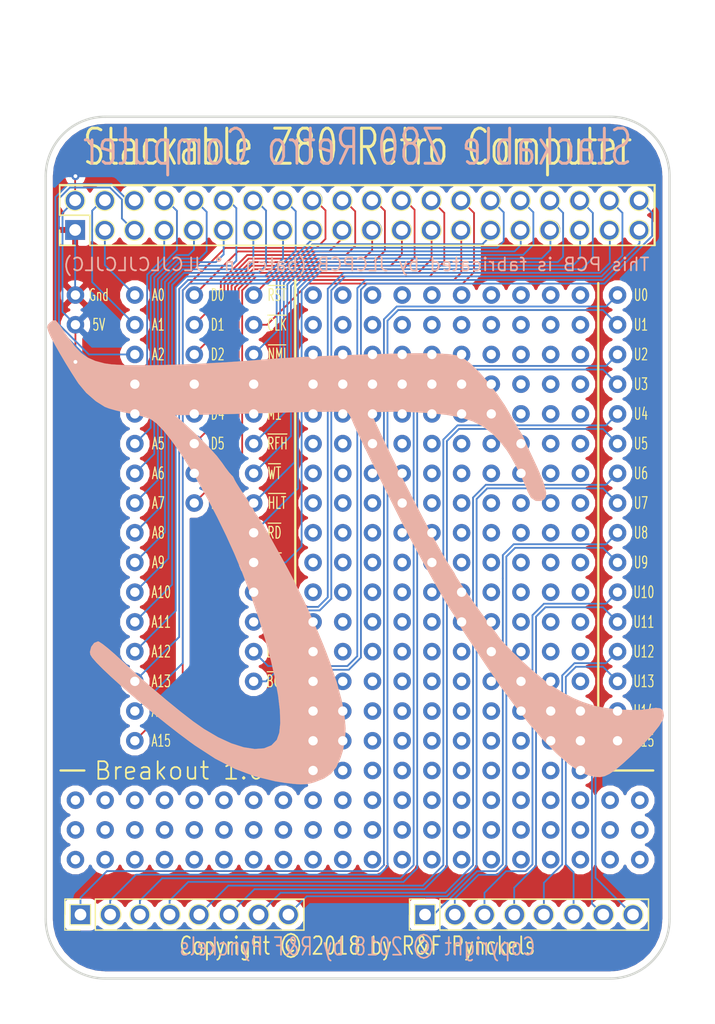
<source format=kicad_pcb>
(kicad_pcb (version 20171130) (host pcbnew "(5.0.0)")
  (title_block (title "S80 - Stackable Z80") (date 2018-10-22) (rev 1.0) (comment 1 "Copyright (c) 2018 by R&F Pynckels"))
  (layers (0 F.Cu signal) (31 B.Cu signal) (34 B.Paste user) (35 F.Paste user) (36 B.SilkS user) (37 F.SilkS user) (38 B.Mask user) (39 F.Mask user) (44 Edge.Cuts user))
  (net 0 "")
  (net 1 VCC)
  (net 2 GND)
  (net 3 "/Breakout 2in/A0")
  (net 4 "/Breakout 2in/A1")
  (net 5 "/Breakout 2in/A2")
  (net 6 "/Breakout 2in/A3")
  (net 7 "/Breakout 2in/A4")
  (net 8 "/Breakout 2in/A5")
  (net 9 "/Breakout 2in/A6")
  (net 10 "/Breakout 2in/A7")
  (net 11 "/Breakout 2in/A8")
  (net 12 "/Breakout 2in/A9")
  (net 13 "/Breakout 2in/A10")
  (net 14 "/Breakout 2in/A11")
  (net 15 "/Breakout 2in/A12")
  (net 16 "/Breakout 2in/A13")
  (net 17 "/Breakout 2in/A14")
  (net 18 "/Breakout 2in/A15")
  (net 19 "/Breakout 2in/D0")
  (net 20 "/Breakout 2in/D1")
  (net 21 "/Breakout 2in/D2")
  (net 22 "/Breakout 2in/D3")
  (net 23 "/Breakout 2in/D4")
  (net 24 "/Breakout 2in/D5")
  (net 25 "/Breakout 2in/D6")
  (net 26 "/Breakout 2in/D7")
  (net 27 "/Breakout 2in/C0")
  (net 28 "/Breakout 2in/C1")
  (net 29 "/Breakout 2in/C2")
  (net 30 "/Breakout 2in/C3")
  (net 31 "/Breakout 2in/C4")
  (net 32 "/Breakout 2in/C5")
  (net 33 "/Breakout 2in/C6")
  (net 34 "/Breakout 2in/C7")
  (net 35 "/Breakout 2in/C8")
  (net 36 "/Breakout 2in/C9")
  (net 37 "/Breakout 2in/C10")
  (net 38 "/Breakout 2in/C11")
  (net 39 "/Breakout 2in/C12")
  (net 40 "/Breakout 2in/C13")
  (net 41 "/Breakout 2in/U0")
  (net 42 "/Breakout 2in/U1")
  (net 43 "/Breakout 2in/U2")
  (net 44 "/Breakout 2in/U3")
  (net 45 "/Breakout 2in/U4")
  (net 46 "/Breakout 2in/U5")
  (net 47 "/Breakout 2in/U6")
  (net 48 "/Breakout 2in/U7")
  (net 49 "/Breakout 2in/U8")
  (net 50 "/Breakout 2in/U9")
  (net 51 "/Breakout 2in/U10")
  (net 52 "/Breakout 2in/U11")
  (net 53 "/Breakout 2in/U12")
  (net 54 "/Breakout 2in/U13")
  (net 55 "/Breakout 2in/U14")
  (net 56 "/Breakout 2in/U15")
  (module Pynckels:PinSocket_2x20_P2.54mm_Vertical (layer F.Cu) (at 52.0446 61.7474 90)
    (fp_text reference J801 hide)
    (fp_text value 02x20 hide)
    (pad 40 thru_hole oval (at 2.54 48.26 90) (size 1.7 1.7) (drill 1) (layers *.Cu *.Mask) (net 40 "/Breakout 2in/C13"))
    (pad 39 thru_hole oval (at 0 48.26 90) (size 1.7 1.7) (drill 1) (layers *.Cu *.Mask) (net 39 "/Breakout 2in/C12"))
    (pad 38 thru_hole oval (at 2.54 45.72 90) (size 1.7 1.7) (drill 1) (layers *.Cu *.Mask) (net 38 "/Breakout 2in/C11"))
    (pad 37 thru_hole oval (at 0 45.72 90) (size 1.7 1.7) (drill 1) (layers *.Cu *.Mask) (net 37 "/Breakout 2in/C10"))
    (pad 36 thru_hole oval (at 2.54 43.18 90) (size 1.7 1.7) (drill 1) (layers *.Cu *.Mask) (net 36 "/Breakout 2in/C9"))
    (pad 35 thru_hole oval (at 0 43.18 90) (size 1.7 1.7) (drill 1) (layers *.Cu *.Mask) (net 35 "/Breakout 2in/C8"))
    (pad 34 thru_hole oval (at 2.54 40.64 90) (size 1.7 1.7) (drill 1) (layers *.Cu *.Mask) (net 34 "/Breakout 2in/C7"))
    (pad 33 thru_hole oval (at 0 40.64 90) (size 1.7 1.7) (drill 1) (layers *.Cu *.Mask) (net 33 "/Breakout 2in/C6"))
    (pad 32 thru_hole oval (at 2.54 38.1 90) (size 1.7 1.7) (drill 1) (layers *.Cu *.Mask) (net 32 "/Breakout 2in/C5"))
    (pad 31 thru_hole oval (at 0 38.1 90) (size 1.7 1.7) (drill 1) (layers *.Cu *.Mask) (net 31 "/Breakout 2in/C4"))
    (pad 30 thru_hole oval (at 2.54 35.56 90) (size 1.7 1.7) (drill 1) (layers *.Cu *.Mask) (net 30 "/Breakout 2in/C3"))
    (pad 29 thru_hole oval (at 0 35.56 90) (size 1.7 1.7) (drill 1) (layers *.Cu *.Mask) (net 29 "/Breakout 2in/C2"))
    (pad 28 thru_hole oval (at 2.54 33.02 90) (size 1.7 1.7) (drill 1) (layers *.Cu *.Mask) (net 28 "/Breakout 2in/C1"))
    (pad 27 thru_hole oval (at 0 33.02 90) (size 1.7 1.7) (drill 1) (layers *.Cu *.Mask) (net 27 "/Breakout 2in/C0"))
    (pad 26 thru_hole oval (at 2.54 30.48 90) (size 1.7 1.7) (drill 1) (layers *.Cu *.Mask) (net 26 "/Breakout 2in/D7"))
    (pad 25 thru_hole oval (at 0 30.48 90) (size 1.7 1.7) (drill 1) (layers *.Cu *.Mask) (net 25 "/Breakout 2in/D6"))
    (pad 24 thru_hole oval (at 2.54 27.94 90) (size 1.7 1.7) (drill 1) (layers *.Cu *.Mask) (net 24 "/Breakout 2in/D5"))
    (pad 23 thru_hole oval (at 0 27.94 90) (size 1.7 1.7) (drill 1) (layers *.Cu *.Mask) (net 23 "/Breakout 2in/D4"))
    (pad 22 thru_hole oval (at 2.54 25.4 90) (size 1.7 1.7) (drill 1) (layers *.Cu *.Mask) (net 22 "/Breakout 2in/D3"))
    (pad 21 thru_hole oval (at 0 25.4 90) (size 1.7 1.7) (drill 1) (layers *.Cu *.Mask) (net 21 "/Breakout 2in/D2"))
    (pad 20 thru_hole oval (at 2.54 22.86 90) (size 1.7 1.7) (drill 1) (layers *.Cu *.Mask) (net 20 "/Breakout 2in/D1"))
    (pad 19 thru_hole oval (at 0 22.86 90) (size 1.7 1.7) (drill 1) (layers *.Cu *.Mask) (net 19 "/Breakout 2in/D0"))
    (pad 18 thru_hole oval (at 2.54 20.32 90) (size 1.7 1.7) (drill 1) (layers *.Cu *.Mask) (net 18 "/Breakout 2in/A15"))
    (pad 17 thru_hole oval (at 0 20.32 90) (size 1.7 1.7) (drill 1) (layers *.Cu *.Mask) (net 17 "/Breakout 2in/A14"))
    (pad 16 thru_hole oval (at 2.54 17.78 90) (size 1.7 1.7) (drill 1) (layers *.Cu *.Mask) (net 16 "/Breakout 2in/A13"))
    (pad 15 thru_hole oval (at 0 17.78 90) (size 1.7 1.7) (drill 1) (layers *.Cu *.Mask) (net 15 "/Breakout 2in/A12"))
    (pad 14 thru_hole oval (at 2.54 15.24 90) (size 1.7 1.7) (drill 1) (layers *.Cu *.Mask) (net 14 "/Breakout 2in/A11"))
    (pad 13 thru_hole oval (at 0 15.24 90) (size 1.7 1.7) (drill 1) (layers *.Cu *.Mask) (net 13 "/Breakout 2in/A10"))
    (pad 12 thru_hole oval (at 2.54 12.7 90) (size 1.7 1.7) (drill 1) (layers *.Cu *.Mask) (net 12 "/Breakout 2in/A9"))
    (pad 11 thru_hole oval (at 0 12.7 90) (size 1.7 1.7) (drill 1) (layers *.Cu *.Mask) (net 11 "/Breakout 2in/A8"))
    (pad 10 thru_hole oval (at 2.54 10.16 90) (size 1.7 1.7) (drill 1) (layers *.Cu *.Mask) (net 10 "/Breakout 2in/A7"))
    (pad 9 thru_hole oval (at 0 10.16 90) (size 1.7 1.7) (drill 1) (layers *.Cu *.Mask) (net 9 "/Breakout 2in/A6"))
    (pad 8 thru_hole oval (at 2.54 7.62 90) (size 1.7 1.7) (drill 1) (layers *.Cu *.Mask) (net 8 "/Breakout 2in/A5"))
    (pad 7 thru_hole oval (at 0 7.62 90) (size 1.7 1.7) (drill 1) (layers *.Cu *.Mask) (net 7 "/Breakout 2in/A4"))
    (pad 6 thru_hole oval (at 2.54 5.08 90) (size 1.7 1.7) (drill 1) (layers *.Cu *.Mask) (net 6 "/Breakout 2in/A3"))
    (pad 5 thru_hole oval (at 0 5.08 90) (size 1.7 1.7) (drill 1) (layers *.Cu *.Mask) (net 5 "/Breakout 2in/A2"))
    (pad 4 thru_hole oval (at 2.54 2.54 90) (size 1.7 1.7) (drill 1) (layers *.Cu *.Mask) (net 4 "/Breakout 2in/A1"))
    (pad 3 thru_hole oval (at 0 2.54 90) (size 1.7 1.7) (drill 1) (layers *.Cu *.Mask) (net 3 "/Breakout 2in/A0"))
    (pad 2 thru_hole oval (at 2.54 0 90) (size 1.7 1.7) (drill 1) (layers *.Cu *.Mask) (net 1 VCC))
    (pad 1 thru_hole rect (at 0 0 90) (size 1.7 1.7) (drill 1) (layers *.Cu *.Mask) (net 2 GND))
  )
  (module Pynckels:pad_0_8mm_1_5mm (layer F.Cu) (at 95.25 107.95)
    (fp_text reference Pad** hide)
    (fp_text value pad_0_8mm_1_5mm hide)
    (pad 1 thru_hole circle (at 0 0) (size 1.5 1.5) (drill 0.8) (layers *.Cu *.Mask))
  )
  (module Pynckels:pad_0_8mm_1_5mm (layer F.Cu) (at 95.25 95.25)
    (fp_text reference Pad** hide)
    (fp_text value pad_0_8mm_1_5mm hide)
    (pad 1 thru_hole circle (at 0 0) (size 1.5 1.5) (drill 0.8) (layers *.Cu *.Mask))
  )
  (module Pynckels:pad_0_8mm_1_5mm (layer F.Cu) (at 95.25 80.01)
    (fp_text reference Pad** hide)
    (fp_text value pad_0_8mm_1_5mm hide)
    (pad 1 thru_hole circle (at 0 0) (size 1.5 1.5) (drill 0.8) (layers *.Cu *.Mask))
  )
  (module Pynckels:pad_0_8mm_1_5mm (layer F.Cu) (at 95.25 67.31)
    (fp_text reference Pad** hide)
    (fp_text value pad_0_8mm_1_5mm hide)
    (pad 1 thru_hole circle (at 0 0) (size 1.5 1.5) (drill 0.8) (layers *.Cu *.Mask))
  )
  (module Pynckels:pad_0_8mm_1_5mm (layer F.Cu) (at 95.25 90.17)
    (fp_text reference Pad** hide)
    (fp_text value pad_0_8mm_1_5mm hide)
    (pad 1 thru_hole circle (at 0 0) (size 1.5 1.5) (drill 0.8) (layers *.Cu *.Mask))
  )
  (module Pynckels:pad_0_8mm_1_5mm (layer F.Cu) (at 95.25 92.71)
    (fp_text reference Pad** hide)
    (fp_text value pad_0_8mm_1_5mm hide)
    (pad 1 thru_hole circle (at 0 0) (size 1.5 1.5) (drill 0.8) (layers *.Cu *.Mask))
  )
  (module Pynckels:pad_0_8mm_1_5mm (layer F.Cu) (at 95.25 69.85)
    (fp_text reference Pad** hide)
    (fp_text value pad_0_8mm_1_5mm hide)
    (pad 1 thru_hole circle (at 0 0) (size 1.5 1.5) (drill 0.8) (layers *.Cu *.Mask))
  )
  (module Pynckels:pad_0_8mm_1_5mm (layer F.Cu) (at 95.25 97.79)
    (fp_text reference Pad** hide)
    (fp_text value pad_0_8mm_1_5mm hide)
    (pad 1 thru_hole circle (at 0 0) (size 1.5 1.5) (drill 0.8) (layers *.Cu *.Mask))
  )
  (module Pynckels:pad_0_8mm_1_5mm (layer F.Cu) (at 95.25 74.93)
    (fp_text reference Pad** hide)
    (fp_text value pad_0_8mm_1_5mm hide)
    (pad 1 thru_hole circle (at 0 0) (size 1.5 1.5) (drill 0.8) (layers *.Cu *.Mask))
  )
  (module Pynckels:pad_0_8mm_1_5mm (layer F.Cu) (at 95.25 102.87)
    (fp_text reference Pad** hide)
    (fp_text value pad_0_8mm_1_5mm hide)
    (pad 1 thru_hole circle (at 0 0) (size 1.5 1.5) (drill 0.8) (layers *.Cu *.Mask))
  )
  (module Pynckels:pad_0_8mm_1_5mm (layer F.Cu) (at 95.25 82.55)
    (fp_text reference Pad** hide)
    (fp_text value pad_0_8mm_1_5mm hide)
    (pad 1 thru_hole circle (at 0 0) (size 1.5 1.5) (drill 0.8) (layers *.Cu *.Mask))
  )
  (module Pynckels:pad_0_8mm_1_5mm (layer F.Cu) (at 95.25 85.09)
    (fp_text reference Pad** hide)
    (fp_text value pad_0_8mm_1_5mm hide)
    (pad 1 thru_hole circle (at 0 0) (size 1.5 1.5) (drill 0.8) (layers *.Cu *.Mask))
  )
  (module Pynckels:pad_0_8mm_1_5mm (layer F.Cu) (at 95.25 100.33)
    (fp_text reference Pad** hide)
    (fp_text value pad_0_8mm_1_5mm hide)
    (pad 1 thru_hole circle (at 0 0) (size 1.5 1.5) (drill 0.8) (layers *.Cu *.Mask))
  )
  (module Pynckels:pad_0_8mm_1_5mm (layer F.Cu) (at 95.25 72.39)
    (fp_text reference Pad** hide)
    (fp_text value pad_0_8mm_1_5mm hide)
    (pad 1 thru_hole circle (at 0 0) (size 1.5 1.5) (drill 0.8) (layers *.Cu *.Mask))
  )
  (module Pynckels:pad_0_8mm_1_5mm (layer F.Cu) (at 95.25 105.41)
    (fp_text reference Pad** hide)
    (fp_text value pad_0_8mm_1_5mm hide)
    (pad 1 thru_hole circle (at 0 0) (size 1.5 1.5) (drill 0.8) (layers *.Cu *.Mask))
  )
  (module Pynckels:pad_0_8mm_1_5mm (layer F.Cu) (at 95.25 87.63)
    (fp_text reference Pad** hide)
    (fp_text value pad_0_8mm_1_5mm hide)
    (pad 1 thru_hole circle (at 0 0) (size 1.5 1.5) (drill 0.8) (layers *.Cu *.Mask))
  )
  (module Pynckels:pad_0_8mm_1_5mm (layer F.Cu) (at 95.25 77.47)
    (fp_text reference Pad** hide)
    (fp_text value pad_0_8mm_1_5mm hide)
    (pad 1 thru_hole circle (at 0 0) (size 1.5 1.5) (drill 0.8) (layers *.Cu *.Mask))
  )
  (module Pynckels:pad_0_8mm_1_5mm (layer F.Cu) (at 92.71 67.31)
    (fp_text reference Pad** hide)
    (fp_text value pad_0_8mm_1_5mm hide)
    (pad 1 thru_hole circle (at 0 0) (size 1.5 1.5) (drill 0.8) (layers *.Cu *.Mask))
  )
  (module Pynckels:pad_0_8mm_1_5mm (layer F.Cu) (at 100.33 115.57)
    (fp_text reference Pad** hide)
    (fp_text value pad_0_8mm_1_5mm hide)
    (pad 1 thru_hole circle (at 0 0) (size 1.5 1.5) (drill 0.8) (layers *.Cu *.Mask))
  )
  (module Pynckels:pad_0_8mm_1_5mm (layer F.Cu) (at 100.33 113.03)
    (fp_text reference Pad** hide)
    (fp_text value pad_0_8mm_1_5mm hide)
    (pad 1 thru_hole circle (at 0 0) (size 1.5 1.5) (drill 0.8) (layers *.Cu *.Mask))
  )
  (module Pynckels:pad_0_8mm_1_5mm (layer F.Cu) (at 100.33 110.49)
    (fp_text reference Pad** hide)
    (fp_text value pad_0_8mm_1_5mm hide)
    (pad 1 thru_hole circle (at 0 0) (size 1.5 1.5) (drill 0.8) (layers *.Cu *.Mask))
  )
  (module Pynckels:pad_0_8mm_1_5mm (layer F.Cu) (at 92.71 107.95)
    (fp_text reference Pad** hide)
    (fp_text value pad_0_8mm_1_5mm hide)
    (pad 1 thru_hole circle (at 0 0) (size 1.5 1.5) (drill 0.8) (layers *.Cu *.Mask))
  )
  (module Pynckels:pad_0_8mm_1_5mm (layer F.Cu) (at 92.71 105.41)
    (fp_text reference Pad** hide)
    (fp_text value pad_0_8mm_1_5mm hide)
    (pad 1 thru_hole circle (at 0 0) (size 1.5 1.5) (drill 0.8) (layers *.Cu *.Mask))
  )
  (module Pynckels:pad_0_8mm_1_5mm (layer F.Cu) (at 92.71 102.87)
    (fp_text reference Pad** hide)
    (fp_text value pad_0_8mm_1_5mm hide)
    (pad 1 thru_hole circle (at 0 0) (size 1.5 1.5) (drill 0.8) (layers *.Cu *.Mask))
  )
  (module Pynckels:pad_0_8mm_1_5mm (layer F.Cu) (at 92.71 100.33)
    (fp_text reference Pad** hide)
    (fp_text value pad_0_8mm_1_5mm hide)
    (pad 1 thru_hole circle (at 0 0) (size 1.5 1.5) (drill 0.8) (layers *.Cu *.Mask))
  )
  (module Pynckels:pad_0_8mm_1_5mm (layer F.Cu) (at 92.71 97.79)
    (fp_text reference Pad** hide)
    (fp_text value pad_0_8mm_1_5mm hide)
    (pad 1 thru_hole circle (at 0 0) (size 1.5 1.5) (drill 0.8) (layers *.Cu *.Mask))
  )
  (module Pynckels:pad_0_8mm_1_5mm (layer F.Cu) (at 92.71 95.25)
    (fp_text reference Pad** hide)
    (fp_text value pad_0_8mm_1_5mm hide)
    (pad 1 thru_hole circle (at 0 0) (size 1.5 1.5) (drill 0.8) (layers *.Cu *.Mask))
  )
  (module Pynckels:pad_0_8mm_1_5mm (layer F.Cu) (at 92.71 92.71)
    (fp_text reference Pad** hide)
    (fp_text value pad_0_8mm_1_5mm hide)
    (pad 1 thru_hole circle (at 0 0) (size 1.5 1.5) (drill 0.8) (layers *.Cu *.Mask))
  )
  (module Pynckels:pad_0_8mm_1_5mm (layer F.Cu) (at 92.71 90.17)
    (fp_text reference Pad** hide)
    (fp_text value pad_0_8mm_1_5mm hide)
    (pad 1 thru_hole circle (at 0 0) (size 1.5 1.5) (drill 0.8) (layers *.Cu *.Mask))
  )
  (module Pynckels:pad_0_8mm_1_5mm (layer F.Cu) (at 92.71 87.63)
    (fp_text reference Pad** hide)
    (fp_text value pad_0_8mm_1_5mm hide)
    (pad 1 thru_hole circle (at 0 0) (size 1.5 1.5) (drill 0.8) (layers *.Cu *.Mask))
  )
  (module Pynckels:pad_0_8mm_1_5mm (layer F.Cu) (at 92.71 85.09)
    (fp_text reference Pad** hide)
    (fp_text value pad_0_8mm_1_5mm hide)
    (pad 1 thru_hole circle (at 0 0) (size 1.5 1.5) (drill 0.8) (layers *.Cu *.Mask))
  )
  (module Pynckels:pad_0_8mm_1_5mm (layer F.Cu) (at 92.71 82.55)
    (fp_text reference Pad** hide)
    (fp_text value pad_0_8mm_1_5mm hide)
    (pad 1 thru_hole circle (at 0 0) (size 1.5 1.5) (drill 0.8) (layers *.Cu *.Mask))
  )
  (module Pynckels:pad_0_8mm_1_5mm (layer F.Cu) (at 92.71 80.01)
    (fp_text reference Pad** hide)
    (fp_text value pad_0_8mm_1_5mm hide)
    (pad 1 thru_hole circle (at 0 0) (size 1.5 1.5) (drill 0.8) (layers *.Cu *.Mask))
  )
  (module Pynckels:pad_0_8mm_1_5mm (layer F.Cu) (at 92.71 77.47)
    (fp_text reference Pad** hide)
    (fp_text value pad_0_8mm_1_5mm hide)
    (pad 1 thru_hole circle (at 0 0) (size 1.5 1.5) (drill 0.8) (layers *.Cu *.Mask))
  )
  (module Pynckels:pad_0_8mm_1_5mm (layer F.Cu) (at 92.71 74.93)
    (fp_text reference Pad** hide)
    (fp_text value pad_0_8mm_1_5mm hide)
    (pad 1 thru_hole circle (at 0 0) (size 1.5 1.5) (drill 0.8) (layers *.Cu *.Mask))
  )
  (module Pynckels:pad_0_8mm_1_5mm (layer F.Cu) (at 92.71 72.39)
    (fp_text reference Pad** hide)
    (fp_text value pad_0_8mm_1_5mm hide)
    (pad 1 thru_hole circle (at 0 0) (size 1.5 1.5) (drill 0.8) (layers *.Cu *.Mask))
  )
  (module Pynckels:pad_0_8mm_1_5mm (layer F.Cu) (at 92.71 69.85)
    (fp_text reference Pad** hide)
    (fp_text value pad_0_8mm_1_5mm hide)
    (pad 1 thru_hole circle (at 0 0) (size 1.5 1.5) (drill 0.8) (layers *.Cu *.Mask))
  )
  (module Pynckels:pad_0_8mm_1_5mm (layer F.Cu) (at 57.15 110.49)
    (fp_text reference Pad** hide)
    (fp_text value pad_0_8mm_1_5mm hide)
    (pad 1 thru_hole circle (at 0 0) (size 1.5 1.5) (drill 0.8) (layers *.Cu *.Mask))
  )
  (module Pynckels:pad_0_8mm_1_5mm (layer F.Cu) (at 54.61 113.03)
    (fp_text reference Pad** hide)
    (fp_text value pad_0_8mm_1_5mm hide)
    (pad 1 thru_hole circle (at 0 0) (size 1.5 1.5) (drill 0.8) (layers *.Cu *.Mask))
  )
  (module Pynckels:pad_0_8mm_1_5mm (layer F.Cu) (at 54.61 115.57)
    (fp_text reference Pad** hide)
    (fp_text value pad_0_8mm_1_5mm hide)
    (pad 1 thru_hole circle (at 0 0) (size 1.5 1.5) (drill 0.8) (layers *.Cu *.Mask))
  )
  (module Pynckels:pad_0_8mm_1_5mm (layer F.Cu) (at 52.07 110.49)
    (fp_text reference Pad** hide)
    (fp_text value pad_0_8mm_1_5mm hide)
    (pad 1 thru_hole circle (at 0 0) (size 1.5 1.5) (drill 0.8) (layers *.Cu *.Mask))
  )
  (module Pynckels:pad_0_8mm_1_5mm (layer F.Cu) (at 57.15 115.57)
    (fp_text reference Pad** hide)
    (fp_text value pad_0_8mm_1_5mm hide)
    (pad 1 thru_hole circle (at 0 0) (size 1.5 1.5) (drill 0.8) (layers *.Cu *.Mask))
  )
  (module Pynckels:pad_0_8mm_1_5mm (layer F.Cu) (at 57.15 113.03)
    (fp_text reference Pad** hide)
    (fp_text value pad_0_8mm_1_5mm hide)
    (pad 1 thru_hole circle (at 0 0) (size 1.5 1.5) (drill 0.8) (layers *.Cu *.Mask))
  )
  (module Pynckels:pad_0_8mm_1_5mm (layer F.Cu) (at 54.61 110.49)
    (fp_text reference Pad** hide)
    (fp_text value pad_0_8mm_1_5mm hide)
    (pad 1 thru_hole circle (at 0 0) (size 1.5 1.5) (drill 0.8) (layers *.Cu *.Mask))
  )
  (module Pynckels:pad_0_8mm_1_5mm (layer F.Cu) (at 52.07 115.57)
    (fp_text reference Pad** hide)
    (fp_text value pad_0_8mm_1_5mm hide)
    (pad 1 thru_hole circle (at 0 0) (size 1.5 1.5) (drill 0.8) (layers *.Cu *.Mask))
  )
  (module Pynckels:pad_0_8mm_1_5mm (layer F.Cu) (at 52.07 113.03)
    (fp_text reference Pad** hide)
    (fp_text value pad_0_8mm_1_5mm hide)
    (pad 1 thru_hole circle (at 0 0) (size 1.5 1.5) (drill 0.8) (layers *.Cu *.Mask))
  )
  (module Pynckels:pad_0_8mm_1_5mm (layer F.Cu) (at 67.31 115.57)
    (fp_text reference Pad** hide)
    (fp_text value pad_0_8mm_1_5mm hide)
    (pad 1 thru_hole circle (at 0 0) (size 1.5 1.5) (drill 0.8) (layers *.Cu *.Mask))
  )
  (module Pynckels:pad_0_8mm_1_5mm (layer F.Cu) (at 67.31 113.03)
    (fp_text reference Pad** hide)
    (fp_text value pad_0_8mm_1_5mm hide)
    (pad 1 thru_hole circle (at 0 0) (size 1.5 1.5) (drill 0.8) (layers *.Cu *.Mask))
  )
  (module Pynckels:pad_0_8mm_1_5mm (layer F.Cu) (at 67.31 110.49)
    (fp_text reference Pad** hide)
    (fp_text value pad_0_8mm_1_5mm hide)
    (pad 1 thru_hole circle (at 0 0) (size 1.5 1.5) (drill 0.8) (layers *.Cu *.Mask))
  )
  (module Pynckels:pad_0_8mm_1_5mm (layer F.Cu) (at 74.93 110.49)
    (fp_text reference Pad** hide)
    (fp_text value pad_0_8mm_1_5mm hide)
    (pad 1 thru_hole circle (at 0 0) (size 1.5 1.5) (drill 0.8) (layers *.Cu *.Mask))
  )
  (module Pynckels:pad_0_8mm_1_5mm (layer F.Cu) (at 64.77 115.57)
    (fp_text reference Pad** hide)
    (fp_text value pad_0_8mm_1_5mm hide)
    (pad 1 thru_hole circle (at 0 0) (size 1.5 1.5) (drill 0.8) (layers *.Cu *.Mask))
  )
  (module Pynckels:pad_0_8mm_1_5mm (layer F.Cu) (at 64.77 113.03)
    (fp_text reference Pad** hide)
    (fp_text value pad_0_8mm_1_5mm hide)
    (pad 1 thru_hole circle (at 0 0) (size 1.5 1.5) (drill 0.8) (layers *.Cu *.Mask))
  )
  (module Pynckels:pad_0_8mm_1_5mm (layer F.Cu) (at 64.77 110.49)
    (fp_text reference Pad** hide)
    (fp_text value pad_0_8mm_1_5mm hide)
    (pad 1 thru_hole circle (at 0 0) (size 1.5 1.5) (drill 0.8) (layers *.Cu *.Mask))
  )
  (module Pynckels:pad_0_8mm_1_5mm (layer F.Cu) (at 62.23 115.57)
    (fp_text reference Pad** hide)
    (fp_text value pad_0_8mm_1_5mm hide)
    (pad 1 thru_hole circle (at 0 0) (size 1.5 1.5) (drill 0.8) (layers *.Cu *.Mask))
  )
  (module Pynckels:pad_0_8mm_1_5mm (layer F.Cu) (at 62.23 113.03)
    (fp_text reference Pad** hide)
    (fp_text value pad_0_8mm_1_5mm hide)
    (pad 1 thru_hole circle (at 0 0) (size 1.5 1.5) (drill 0.8) (layers *.Cu *.Mask))
  )
  (module Pynckels:pad_0_8mm_1_5mm (layer F.Cu) (at 62.23 110.49)
    (fp_text reference Pad** hide)
    (fp_text value pad_0_8mm_1_5mm hide)
    (pad 1 thru_hole circle (at 0 0) (size 1.5 1.5) (drill 0.8) (layers *.Cu *.Mask))
  )
  (module Pynckels:pad_0_8mm_1_5mm (layer F.Cu) (at 77.47 115.57)
    (fp_text reference Pad** hide)
    (fp_text value pad_0_8mm_1_5mm hide)
    (pad 1 thru_hole circle (at 0 0) (size 1.5 1.5) (drill 0.8) (layers *.Cu *.Mask))
  )
  (module Pynckels:pad_0_8mm_1_5mm (layer F.Cu) (at 77.47 113.03)
    (fp_text reference Pad** hide)
    (fp_text value pad_0_8mm_1_5mm hide)
    (pad 1 thru_hole circle (at 0 0) (size 1.5 1.5) (drill 0.8) (layers *.Cu *.Mask))
  )
  (module Pynckels:pad_0_8mm_1_5mm (layer F.Cu) (at 77.47 110.49)
    (fp_text reference Pad** hide)
    (fp_text value pad_0_8mm_1_5mm hide)
    (pad 1 thru_hole circle (at 0 0) (size 1.5 1.5) (drill 0.8) (layers *.Cu *.Mask))
  )
  (module Pynckels:pad_0_8mm_1_5mm (layer F.Cu) (at 74.93 115.57)
    (fp_text reference Pad** hide)
    (fp_text value pad_0_8mm_1_5mm hide)
    (pad 1 thru_hole circle (at 0 0) (size 1.5 1.5) (drill 0.8) (layers *.Cu *.Mask))
  )
  (module Pynckels:pad_0_8mm_1_5mm (layer F.Cu) (at 74.93 113.03)
    (fp_text reference Pad** hide)
    (fp_text value pad_0_8mm_1_5mm hide)
    (pad 1 thru_hole circle (at 0 0) (size 1.5 1.5) (drill 0.8) (layers *.Cu *.Mask))
  )
  (module Pynckels:pad_0_8mm_1_5mm (layer F.Cu) (at 72.39 115.57)
    (fp_text reference Pad** hide)
    (fp_text value pad_0_8mm_1_5mm hide)
    (pad 1 thru_hole circle (at 0 0) (size 1.5 1.5) (drill 0.8) (layers *.Cu *.Mask))
  )
  (module Pynckels:pad_0_8mm_1_5mm (layer F.Cu) (at 72.39 113.03)
    (fp_text reference Pad** hide)
    (fp_text value pad_0_8mm_1_5mm hide)
    (pad 1 thru_hole circle (at 0 0) (size 1.5 1.5) (drill 0.8) (layers *.Cu *.Mask))
  )
  (module Pynckels:pad_0_8mm_1_5mm (layer F.Cu) (at 72.39 110.49)
    (fp_text reference Pad** hide)
    (fp_text value pad_0_8mm_1_5mm hide)
    (pad 1 thru_hole circle (at 0 0) (size 1.5 1.5) (drill 0.8) (layers *.Cu *.Mask))
  )
  (module Pynckels:pad_0_8mm_1_5mm (layer F.Cu) (at 69.85 115.57)
    (fp_text reference Pad** hide)
    (fp_text value pad_0_8mm_1_5mm hide)
    (pad 1 thru_hole circle (at 0 0) (size 1.5 1.5) (drill 0.8) (layers *.Cu *.Mask))
  )
  (module Pynckels:pad_0_8mm_1_5mm (layer F.Cu) (at 69.85 113.03)
    (fp_text reference Pad** hide)
    (fp_text value pad_0_8mm_1_5mm hide)
    (pad 1 thru_hole circle (at 0 0) (size 1.5 1.5) (drill 0.8) (layers *.Cu *.Mask))
  )
  (module Pynckels:pad_0_8mm_1_5mm (layer F.Cu) (at 69.85 110.49)
    (fp_text reference Pad** hide)
    (fp_text value pad_0_8mm_1_5mm hide)
    (pad 1 thru_hole circle (at 0 0) (size 1.5 1.5) (drill 0.8) (layers *.Cu *.Mask))
  )
  (module Pynckels:pad_0_8mm_1_5mm (layer F.Cu) (at 59.69 115.57)
    (fp_text reference Pad** hide)
    (fp_text value pad_0_8mm_1_5mm hide)
    (pad 1 thru_hole circle (at 0 0) (size 1.5 1.5) (drill 0.8) (layers *.Cu *.Mask))
  )
  (module Pynckels:pad_0_8mm_1_5mm (layer F.Cu) (at 59.69 113.03)
    (fp_text reference Pad** hide)
    (fp_text value pad_0_8mm_1_5mm hide)
    (pad 1 thru_hole circle (at 0 0) (size 1.5 1.5) (drill 0.8) (layers *.Cu *.Mask))
  )
  (module Pynckels:pad_0_8mm_1_5mm (layer F.Cu) (at 59.69 110.49)
    (fp_text reference Pad** hide)
    (fp_text value pad_0_8mm_1_5mm hide)
    (pad 1 thru_hole circle (at 0 0) (size 1.5 1.5) (drill 0.8) (layers *.Cu *.Mask))
  )
  (module Pynckels:pad_0_8mm_1_5mm (layer F.Cu) (at 97.79 115.57)
    (fp_text reference Pad** hide)
    (fp_text value pad_0_8mm_1_5mm hide)
    (pad 1 thru_hole circle (at 0 0) (size 1.5 1.5) (drill 0.8) (layers *.Cu *.Mask))
  )
  (module Pynckels:pad_0_8mm_1_5mm (layer F.Cu) (at 97.79 113.03)
    (fp_text reference Pad** hide)
    (fp_text value pad_0_8mm_1_5mm hide)
    (pad 1 thru_hole circle (at 0 0) (size 1.5 1.5) (drill 0.8) (layers *.Cu *.Mask))
  )
  (module Pynckels:pad_0_8mm_1_5mm (layer F.Cu) (at 97.79 110.49)
    (fp_text reference Pad** hide)
    (fp_text value pad_0_8mm_1_5mm hide)
    (pad 1 thru_hole circle (at 0 0) (size 1.5 1.5) (drill 0.8) (layers *.Cu *.Mask))
  )
  (module Pynckels:pad_0_8mm_1_5mm (layer F.Cu) (at 90.17 107.95)
    (fp_text reference Pad** hide)
    (fp_text value pad_0_8mm_1_5mm hide)
    (pad 1 thru_hole circle (at 0 0) (size 1.5 1.5) (drill 0.8) (layers *.Cu *.Mask))
  )
  (module Pynckels:pad_0_8mm_1_5mm (layer F.Cu) (at 90.17 105.41)
    (fp_text reference Pad** hide)
    (fp_text value pad_0_8mm_1_5mm hide)
    (pad 1 thru_hole circle (at 0 0) (size 1.5 1.5) (drill 0.8) (layers *.Cu *.Mask))
  )
  (module Pynckels:pad_0_8mm_1_5mm (layer F.Cu) (at 90.17 102.87)
    (fp_text reference Pad** hide)
    (fp_text value pad_0_8mm_1_5mm hide)
    (pad 1 thru_hole circle (at 0 0) (size 1.5 1.5) (drill 0.8) (layers *.Cu *.Mask))
  )
  (module Pynckels:pad_0_8mm_1_5mm (layer F.Cu) (at 90.17 100.33)
    (fp_text reference Pad** hide)
    (fp_text value pad_0_8mm_1_5mm hide)
    (pad 1 thru_hole circle (at 0 0) (size 1.5 1.5) (drill 0.8) (layers *.Cu *.Mask))
  )
  (module Pynckels:pad_0_8mm_1_5mm (layer F.Cu) (at 90.17 97.79)
    (fp_text reference Pad** hide)
    (fp_text value pad_0_8mm_1_5mm hide)
    (pad 1 thru_hole circle (at 0 0) (size 1.5 1.5) (drill 0.8) (layers *.Cu *.Mask))
  )
  (module Pynckels:pad_0_8mm_1_5mm (layer F.Cu) (at 90.17 95.25)
    (fp_text reference Pad** hide)
    (fp_text value pad_0_8mm_1_5mm hide)
    (pad 1 thru_hole circle (at 0 0) (size 1.5 1.5) (drill 0.8) (layers *.Cu *.Mask))
  )
  (module Pynckels:pad_0_8mm_1_5mm (layer F.Cu) (at 90.17 92.71)
    (fp_text reference Pad** hide)
    (fp_text value pad_0_8mm_1_5mm hide)
    (pad 1 thru_hole circle (at 0 0) (size 1.5 1.5) (drill 0.8) (layers *.Cu *.Mask))
  )
  (module Pynckels:pad_0_8mm_1_5mm (layer F.Cu) (at 90.17 90.17)
    (fp_text reference Pad** hide)
    (fp_text value pad_0_8mm_1_5mm hide)
    (pad 1 thru_hole circle (at 0 0) (size 1.5 1.5) (drill 0.8) (layers *.Cu *.Mask))
  )
  (module Pynckels:pad_0_8mm_1_5mm (layer F.Cu) (at 90.17 87.63)
    (fp_text reference Pad** hide)
    (fp_text value pad_0_8mm_1_5mm hide)
    (pad 1 thru_hole circle (at 0 0) (size 1.5 1.5) (drill 0.8) (layers *.Cu *.Mask))
  )
  (module Pynckels:pad_0_8mm_1_5mm (layer F.Cu) (at 90.17 85.09)
    (fp_text reference Pad** hide)
    (fp_text value pad_0_8mm_1_5mm hide)
    (pad 1 thru_hole circle (at 0 0) (size 1.5 1.5) (drill 0.8) (layers *.Cu *.Mask))
  )
  (module Pynckels:pad_0_8mm_1_5mm (layer F.Cu) (at 90.17 82.55)
    (fp_text reference Pad** hide)
    (fp_text value pad_0_8mm_1_5mm hide)
    (pad 1 thru_hole circle (at 0 0) (size 1.5 1.5) (drill 0.8) (layers *.Cu *.Mask))
  )
  (module Pynckels:pad_0_8mm_1_5mm (layer F.Cu) (at 90.17 80.01)
    (fp_text reference Pad** hide)
    (fp_text value pad_0_8mm_1_5mm hide)
    (pad 1 thru_hole circle (at 0 0) (size 1.5 1.5) (drill 0.8) (layers *.Cu *.Mask))
  )
  (module Pynckels:pad_0_8mm_1_5mm (layer F.Cu) (at 90.17 77.47)
    (fp_text reference Pad** hide)
    (fp_text value pad_0_8mm_1_5mm hide)
    (pad 1 thru_hole circle (at 0 0) (size 1.5 1.5) (drill 0.8) (layers *.Cu *.Mask))
  )
  (module Pynckels:pad_0_8mm_1_5mm (layer F.Cu) (at 90.17 74.93)
    (fp_text reference Pad** hide)
    (fp_text value pad_0_8mm_1_5mm hide)
    (pad 1 thru_hole circle (at 0 0) (size 1.5 1.5) (drill 0.8) (layers *.Cu *.Mask))
  )
  (module Pynckels:pad_0_8mm_1_5mm (layer F.Cu) (at 90.17 72.39)
    (fp_text reference Pad** hide)
    (fp_text value pad_0_8mm_1_5mm hide)
    (pad 1 thru_hole circle (at 0 0) (size 1.5 1.5) (drill 0.8) (layers *.Cu *.Mask))
  )
  (module Pynckels:pad_0_8mm_1_5mm (layer F.Cu) (at 90.17 69.85)
    (fp_text reference Pad** hide)
    (fp_text value pad_0_8mm_1_5mm hide)
    (pad 1 thru_hole circle (at 0 0) (size 1.5 1.5) (drill 0.8) (layers *.Cu *.Mask))
  )
  (module Pynckels:pad_0_8mm_1_5mm (layer F.Cu) (at 95.25 115.57)
    (fp_text reference Pad** hide)
    (fp_text value pad_0_8mm_1_5mm hide)
    (pad 1 thru_hole circle (at 0 0) (size 1.5 1.5) (drill 0.8) (layers *.Cu *.Mask))
  )
  (module Pynckels:pad_0_8mm_1_5mm (layer F.Cu) (at 95.25 113.03)
    (fp_text reference Pad** hide)
    (fp_text value pad_0_8mm_1_5mm hide)
    (pad 1 thru_hole circle (at 0 0) (size 1.5 1.5) (drill 0.8) (layers *.Cu *.Mask))
  )
  (module Pynckels:pad_0_8mm_1_5mm (layer F.Cu) (at 95.25 110.49)
    (fp_text reference Pad** hide)
    (fp_text value pad_0_8mm_1_5mm hide)
    (pad 1 thru_hole circle (at 0 0) (size 1.5 1.5) (drill 0.8) (layers *.Cu *.Mask))
  )
  (module Pynckels:pad_0_8mm_1_5mm (layer F.Cu) (at 87.63 107.95)
    (fp_text reference Pad** hide)
    (fp_text value pad_0_8mm_1_5mm hide)
    (pad 1 thru_hole circle (at 0 0) (size 1.5 1.5) (drill 0.8) (layers *.Cu *.Mask))
  )
  (module Pynckels:pad_0_8mm_1_5mm (layer F.Cu) (at 87.63 105.41)
    (fp_text reference Pad** hide)
    (fp_text value pad_0_8mm_1_5mm hide)
    (pad 1 thru_hole circle (at 0 0) (size 1.5 1.5) (drill 0.8) (layers *.Cu *.Mask))
  )
  (module Pynckels:pad_0_8mm_1_5mm (layer F.Cu) (at 87.63 102.87)
    (fp_text reference Pad** hide)
    (fp_text value pad_0_8mm_1_5mm hide)
    (pad 1 thru_hole circle (at 0 0) (size 1.5 1.5) (drill 0.8) (layers *.Cu *.Mask))
  )
  (module Pynckels:pad_0_8mm_1_5mm (layer F.Cu) (at 87.63 100.33)
    (fp_text reference Pad** hide)
    (fp_text value pad_0_8mm_1_5mm hide)
    (pad 1 thru_hole circle (at 0 0) (size 1.5 1.5) (drill 0.8) (layers *.Cu *.Mask))
  )
  (module Pynckels:pad_0_8mm_1_5mm (layer F.Cu) (at 87.63 97.79)
    (fp_text reference Pad** hide)
    (fp_text value pad_0_8mm_1_5mm hide)
    (pad 1 thru_hole circle (at 0 0) (size 1.5 1.5) (drill 0.8) (layers *.Cu *.Mask))
  )
  (module Pynckels:pad_0_8mm_1_5mm (layer F.Cu) (at 87.63 95.25)
    (fp_text reference Pad** hide)
    (fp_text value pad_0_8mm_1_5mm hide)
    (pad 1 thru_hole circle (at 0 0) (size 1.5 1.5) (drill 0.8) (layers *.Cu *.Mask))
  )
  (module Pynckels:pad_0_8mm_1_5mm (layer F.Cu) (at 87.63 92.71)
    (fp_text reference Pad** hide)
    (fp_text value pad_0_8mm_1_5mm hide)
    (pad 1 thru_hole circle (at 0 0) (size 1.5 1.5) (drill 0.8) (layers *.Cu *.Mask))
  )
  (module Pynckels:pad_0_8mm_1_5mm (layer F.Cu) (at 87.63 90.17)
    (fp_text reference Pad** hide)
    (fp_text value pad_0_8mm_1_5mm hide)
    (pad 1 thru_hole circle (at 0 0) (size 1.5 1.5) (drill 0.8) (layers *.Cu *.Mask))
  )
  (module Pynckels:pad_0_8mm_1_5mm (layer F.Cu) (at 87.63 87.63)
    (fp_text reference Pad** hide)
    (fp_text value pad_0_8mm_1_5mm hide)
    (pad 1 thru_hole circle (at 0 0) (size 1.5 1.5) (drill 0.8) (layers *.Cu *.Mask))
  )
  (module Pynckels:pad_0_8mm_1_5mm (layer F.Cu) (at 87.63 85.09)
    (fp_text reference Pad** hide)
    (fp_text value pad_0_8mm_1_5mm hide)
    (pad 1 thru_hole circle (at 0 0) (size 1.5 1.5) (drill 0.8) (layers *.Cu *.Mask))
  )
  (module Pynckels:pad_0_8mm_1_5mm (layer F.Cu) (at 87.63 82.55)
    (fp_text reference Pad** hide)
    (fp_text value pad_0_8mm_1_5mm hide)
    (pad 1 thru_hole circle (at 0 0) (size 1.5 1.5) (drill 0.8) (layers *.Cu *.Mask))
  )
  (module Pynckels:pad_0_8mm_1_5mm (layer F.Cu) (at 87.63 80.01)
    (fp_text reference Pad** hide)
    (fp_text value pad_0_8mm_1_5mm hide)
    (pad 1 thru_hole circle (at 0 0) (size 1.5 1.5) (drill 0.8) (layers *.Cu *.Mask))
  )
  (module Pynckels:pad_0_8mm_1_5mm (layer F.Cu) (at 87.63 77.47)
    (fp_text reference Pad** hide)
    (fp_text value pad_0_8mm_1_5mm hide)
    (pad 1 thru_hole circle (at 0 0) (size 1.5 1.5) (drill 0.8) (layers *.Cu *.Mask))
  )
  (module Pynckels:pad_0_8mm_1_5mm (layer F.Cu) (at 87.63 74.93)
    (fp_text reference Pad** hide)
    (fp_text value pad_0_8mm_1_5mm hide)
    (pad 1 thru_hole circle (at 0 0) (size 1.5 1.5) (drill 0.8) (layers *.Cu *.Mask))
  )
  (module Pynckels:pad_0_8mm_1_5mm (layer F.Cu) (at 87.63 72.39)
    (fp_text reference Pad** hide)
    (fp_text value pad_0_8mm_1_5mm hide)
    (pad 1 thru_hole circle (at 0 0) (size 1.5 1.5) (drill 0.8) (layers *.Cu *.Mask))
  )
  (module Pynckels:pad_0_8mm_1_5mm (layer F.Cu) (at 87.63 69.85)
    (fp_text reference Pad** hide)
    (fp_text value pad_0_8mm_1_5mm hide)
    (pad 1 thru_hole circle (at 0 0) (size 1.5 1.5) (drill 0.8) (layers *.Cu *.Mask))
  )
  (module Pynckels:pad_0_8mm_1_5mm (layer F.Cu) (at 92.71 115.57)
    (fp_text reference Pad** hide)
    (fp_text value pad_0_8mm_1_5mm hide)
    (pad 1 thru_hole circle (at 0 0) (size 1.5 1.5) (drill 0.8) (layers *.Cu *.Mask))
  )
  (module Pynckels:pad_0_8mm_1_5mm (layer F.Cu) (at 92.71 113.03)
    (fp_text reference Pad** hide)
    (fp_text value pad_0_8mm_1_5mm hide)
    (pad 1 thru_hole circle (at 0 0) (size 1.5 1.5) (drill 0.8) (layers *.Cu *.Mask))
  )
  (module Pynckels:pad_0_8mm_1_5mm (layer F.Cu) (at 92.71 110.49)
    (fp_text reference Pad** hide)
    (fp_text value pad_0_8mm_1_5mm hide)
    (pad 1 thru_hole circle (at 0 0) (size 1.5 1.5) (drill 0.8) (layers *.Cu *.Mask))
  )
  (module Pynckels:pad_0_8mm_1_5mm (layer F.Cu) (at 85.09 107.95)
    (fp_text reference Pad** hide)
    (fp_text value pad_0_8mm_1_5mm hide)
    (pad 1 thru_hole circle (at 0 0) (size 1.5 1.5) (drill 0.8) (layers *.Cu *.Mask))
  )
  (module Pynckels:pad_0_8mm_1_5mm (layer F.Cu) (at 85.09 105.41)
    (fp_text reference Pad** hide)
    (fp_text value pad_0_8mm_1_5mm hide)
    (pad 1 thru_hole circle (at 0 0) (size 1.5 1.5) (drill 0.8) (layers *.Cu *.Mask))
  )
  (module Pynckels:pad_0_8mm_1_5mm (layer F.Cu) (at 85.09 102.87)
    (fp_text reference Pad** hide)
    (fp_text value pad_0_8mm_1_5mm hide)
    (pad 1 thru_hole circle (at 0 0) (size 1.5 1.5) (drill 0.8) (layers *.Cu *.Mask))
  )
  (module Pynckels:pad_0_8mm_1_5mm (layer F.Cu) (at 85.09 100.33)
    (fp_text reference Pad** hide)
    (fp_text value pad_0_8mm_1_5mm hide)
    (pad 1 thru_hole circle (at 0 0) (size 1.5 1.5) (drill 0.8) (layers *.Cu *.Mask))
  )
  (module Pynckels:pad_0_8mm_1_5mm (layer F.Cu) (at 85.09 97.79)
    (fp_text reference Pad** hide)
    (fp_text value pad_0_8mm_1_5mm hide)
    (pad 1 thru_hole circle (at 0 0) (size 1.5 1.5) (drill 0.8) (layers *.Cu *.Mask))
  )
  (module Pynckels:pad_0_8mm_1_5mm (layer F.Cu) (at 85.09 95.25)
    (fp_text reference Pad** hide)
    (fp_text value pad_0_8mm_1_5mm hide)
    (pad 1 thru_hole circle (at 0 0) (size 1.5 1.5) (drill 0.8) (layers *.Cu *.Mask))
  )
  (module Pynckels:pad_0_8mm_1_5mm (layer F.Cu) (at 85.09 92.71)
    (fp_text reference Pad** hide)
    (fp_text value pad_0_8mm_1_5mm hide)
    (pad 1 thru_hole circle (at 0 0) (size 1.5 1.5) (drill 0.8) (layers *.Cu *.Mask))
  )
  (module Pynckels:pad_0_8mm_1_5mm (layer F.Cu) (at 85.09 90.17)
    (fp_text reference Pad** hide)
    (fp_text value pad_0_8mm_1_5mm hide)
    (pad 1 thru_hole circle (at 0 0) (size 1.5 1.5) (drill 0.8) (layers *.Cu *.Mask))
  )
  (module Pynckels:pad_0_8mm_1_5mm (layer F.Cu) (at 85.09 87.63)
    (fp_text reference Pad** hide)
    (fp_text value pad_0_8mm_1_5mm hide)
    (pad 1 thru_hole circle (at 0 0) (size 1.5 1.5) (drill 0.8) (layers *.Cu *.Mask))
  )
  (module Pynckels:pad_0_8mm_1_5mm (layer F.Cu) (at 85.09 85.09)
    (fp_text reference Pad** hide)
    (fp_text value pad_0_8mm_1_5mm hide)
    (pad 1 thru_hole circle (at 0 0) (size 1.5 1.5) (drill 0.8) (layers *.Cu *.Mask))
  )
  (module Pynckels:pad_0_8mm_1_5mm (layer F.Cu) (at 85.09 82.55)
    (fp_text reference Pad** hide)
    (fp_text value pad_0_8mm_1_5mm hide)
    (pad 1 thru_hole circle (at 0 0) (size 1.5 1.5) (drill 0.8) (layers *.Cu *.Mask))
  )
  (module Pynckels:pad_0_8mm_1_5mm (layer F.Cu) (at 85.09 80.01)
    (fp_text reference Pad** hide)
    (fp_text value pad_0_8mm_1_5mm hide)
    (pad 1 thru_hole circle (at 0 0) (size 1.5 1.5) (drill 0.8) (layers *.Cu *.Mask))
  )
  (module Pynckels:pad_0_8mm_1_5mm (layer F.Cu) (at 85.09 77.47)
    (fp_text reference Pad** hide)
    (fp_text value pad_0_8mm_1_5mm hide)
    (pad 1 thru_hole circle (at 0 0) (size 1.5 1.5) (drill 0.8) (layers *.Cu *.Mask))
  )
  (module Pynckels:pad_0_8mm_1_5mm (layer F.Cu) (at 85.09 74.93)
    (fp_text reference Pad** hide)
    (fp_text value pad_0_8mm_1_5mm hide)
    (pad 1 thru_hole circle (at 0 0) (size 1.5 1.5) (drill 0.8) (layers *.Cu *.Mask))
  )
  (module Pynckels:pad_0_8mm_1_5mm (layer F.Cu) (at 85.09 72.39)
    (fp_text reference Pad** hide)
    (fp_text value pad_0_8mm_1_5mm hide)
    (pad 1 thru_hole circle (at 0 0) (size 1.5 1.5) (drill 0.8) (layers *.Cu *.Mask))
  )
  (module Pynckels:pad_0_8mm_1_5mm (layer F.Cu) (at 85.09 69.85)
    (fp_text reference Pad** hide)
    (fp_text value pad_0_8mm_1_5mm hide)
    (pad 1 thru_hole circle (at 0 0) (size 1.5 1.5) (drill 0.8) (layers *.Cu *.Mask))
  )
  (module Pynckels:pad_0_8mm_1_5mm (layer F.Cu) (at 90.17 115.57)
    (fp_text reference Pad** hide)
    (fp_text value pad_0_8mm_1_5mm hide)
    (pad 1 thru_hole circle (at 0 0) (size 1.5 1.5) (drill 0.8) (layers *.Cu *.Mask))
  )
  (module Pynckels:pad_0_8mm_1_5mm (layer F.Cu) (at 90.17 113.03)
    (fp_text reference Pad** hide)
    (fp_text value pad_0_8mm_1_5mm hide)
    (pad 1 thru_hole circle (at 0 0) (size 1.5 1.5) (drill 0.8) (layers *.Cu *.Mask))
  )
  (module Pynckels:pad_0_8mm_1_5mm (layer F.Cu) (at 90.17 110.49)
    (fp_text reference Pad** hide)
    (fp_text value pad_0_8mm_1_5mm hide)
    (pad 1 thru_hole circle (at 0 0) (size 1.5 1.5) (drill 0.8) (layers *.Cu *.Mask))
  )
  (module Pynckels:pad_0_8mm_1_5mm (layer F.Cu) (at 82.55 107.95)
    (fp_text reference Pad** hide)
    (fp_text value pad_0_8mm_1_5mm hide)
    (pad 1 thru_hole circle (at 0 0) (size 1.5 1.5) (drill 0.8) (layers *.Cu *.Mask))
  )
  (module Pynckels:pad_0_8mm_1_5mm (layer F.Cu) (at 82.55 105.41)
    (fp_text reference Pad** hide)
    (fp_text value pad_0_8mm_1_5mm hide)
    (pad 1 thru_hole circle (at 0 0) (size 1.5 1.5) (drill 0.8) (layers *.Cu *.Mask))
  )
  (module Pynckels:pad_0_8mm_1_5mm (layer F.Cu) (at 82.55 102.87)
    (fp_text reference Pad** hide)
    (fp_text value pad_0_8mm_1_5mm hide)
    (pad 1 thru_hole circle (at 0 0) (size 1.5 1.5) (drill 0.8) (layers *.Cu *.Mask))
  )
  (module Pynckels:pad_0_8mm_1_5mm (layer F.Cu) (at 82.55 100.33)
    (fp_text reference Pad** hide)
    (fp_text value pad_0_8mm_1_5mm hide)
    (pad 1 thru_hole circle (at 0 0) (size 1.5 1.5) (drill 0.8) (layers *.Cu *.Mask))
  )
  (module Pynckels:pad_0_8mm_1_5mm (layer F.Cu) (at 82.55 97.79)
    (fp_text reference Pad** hide)
    (fp_text value pad_0_8mm_1_5mm hide)
    (pad 1 thru_hole circle (at 0 0) (size 1.5 1.5) (drill 0.8) (layers *.Cu *.Mask))
  )
  (module Pynckels:pad_0_8mm_1_5mm (layer F.Cu) (at 82.55 95.25)
    (fp_text reference Pad** hide)
    (fp_text value pad_0_8mm_1_5mm hide)
    (pad 1 thru_hole circle (at 0 0) (size 1.5 1.5) (drill 0.8) (layers *.Cu *.Mask))
  )
  (module Pynckels:pad_0_8mm_1_5mm (layer F.Cu) (at 82.55 92.71)
    (fp_text reference Pad** hide)
    (fp_text value pad_0_8mm_1_5mm hide)
    (pad 1 thru_hole circle (at 0 0) (size 1.5 1.5) (drill 0.8) (layers *.Cu *.Mask))
  )
  (module Pynckels:pad_0_8mm_1_5mm (layer F.Cu) (at 82.55 90.17)
    (fp_text reference Pad** hide)
    (fp_text value pad_0_8mm_1_5mm hide)
    (pad 1 thru_hole circle (at 0 0) (size 1.5 1.5) (drill 0.8) (layers *.Cu *.Mask))
  )
  (module Pynckels:pad_0_8mm_1_5mm (layer F.Cu) (at 82.55 87.63)
    (fp_text reference Pad** hide)
    (fp_text value pad_0_8mm_1_5mm hide)
    (pad 1 thru_hole circle (at 0 0) (size 1.5 1.5) (drill 0.8) (layers *.Cu *.Mask))
  )
  (module Pynckels:pad_0_8mm_1_5mm (layer F.Cu) (at 82.55 85.09)
    (fp_text reference Pad** hide)
    (fp_text value pad_0_8mm_1_5mm hide)
    (pad 1 thru_hole circle (at 0 0) (size 1.5 1.5) (drill 0.8) (layers *.Cu *.Mask))
  )
  (module Pynckels:pad_0_8mm_1_5mm (layer F.Cu) (at 82.55 82.55)
    (fp_text reference Pad** hide)
    (fp_text value pad_0_8mm_1_5mm hide)
    (pad 1 thru_hole circle (at 0 0) (size 1.5 1.5) (drill 0.8) (layers *.Cu *.Mask))
  )
  (module Pynckels:pad_0_8mm_1_5mm (layer F.Cu) (at 82.55 80.01)
    (fp_text reference Pad** hide)
    (fp_text value pad_0_8mm_1_5mm hide)
    (pad 1 thru_hole circle (at 0 0) (size 1.5 1.5) (drill 0.8) (layers *.Cu *.Mask))
  )
  (module Pynckels:pad_0_8mm_1_5mm (layer F.Cu) (at 82.55 77.47)
    (fp_text reference Pad** hide)
    (fp_text value pad_0_8mm_1_5mm hide)
    (pad 1 thru_hole circle (at 0 0) (size 1.5 1.5) (drill 0.8) (layers *.Cu *.Mask))
  )
  (module Pynckels:pad_0_8mm_1_5mm (layer F.Cu) (at 82.55 74.93)
    (fp_text reference Pad** hide)
    (fp_text value pad_0_8mm_1_5mm hide)
    (pad 1 thru_hole circle (at 0 0) (size 1.5 1.5) (drill 0.8) (layers *.Cu *.Mask))
  )
  (module Pynckels:pad_0_8mm_1_5mm (layer F.Cu) (at 82.55 72.39)
    (fp_text reference Pad** hide)
    (fp_text value pad_0_8mm_1_5mm hide)
    (pad 1 thru_hole circle (at 0 0) (size 1.5 1.5) (drill 0.8) (layers *.Cu *.Mask))
  )
  (module Pynckels:pad_0_8mm_1_5mm (layer F.Cu) (at 82.55 69.85)
    (fp_text reference Pad** hide)
    (fp_text value pad_0_8mm_1_5mm hide)
    (pad 1 thru_hole circle (at 0 0) (size 1.5 1.5) (drill 0.8) (layers *.Cu *.Mask))
  )
  (module Pynckels:pad_0_8mm_1_5mm (layer F.Cu) (at 87.63 115.57)
    (fp_text reference Pad** hide)
    (fp_text value pad_0_8mm_1_5mm hide)
    (pad 1 thru_hole circle (at 0 0) (size 1.5 1.5) (drill 0.8) (layers *.Cu *.Mask))
  )
  (module Pynckels:pad_0_8mm_1_5mm (layer F.Cu) (at 87.63 113.03)
    (fp_text reference Pad** hide)
    (fp_text value pad_0_8mm_1_5mm hide)
    (pad 1 thru_hole circle (at 0 0) (size 1.5 1.5) (drill 0.8) (layers *.Cu *.Mask))
  )
  (module Pynckels:pad_0_8mm_1_5mm (layer F.Cu) (at 87.63 110.49)
    (fp_text reference Pad** hide)
    (fp_text value pad_0_8mm_1_5mm hide)
    (pad 1 thru_hole circle (at 0 0) (size 1.5 1.5) (drill 0.8) (layers *.Cu *.Mask))
  )
  (module Pynckels:pad_0_8mm_1_5mm (layer F.Cu) (at 80.01 107.95)
    (fp_text reference Pad** hide)
    (fp_text value pad_0_8mm_1_5mm hide)
    (pad 1 thru_hole circle (at 0 0) (size 1.5 1.5) (drill 0.8) (layers *.Cu *.Mask))
  )
  (module Pynckels:pad_0_8mm_1_5mm (layer F.Cu) (at 80.01 105.41)
    (fp_text reference Pad** hide)
    (fp_text value pad_0_8mm_1_5mm hide)
    (pad 1 thru_hole circle (at 0 0) (size 1.5 1.5) (drill 0.8) (layers *.Cu *.Mask))
  )
  (module Pynckels:pad_0_8mm_1_5mm (layer F.Cu) (at 80.01 102.87)
    (fp_text reference Pad** hide)
    (fp_text value pad_0_8mm_1_5mm hide)
    (pad 1 thru_hole circle (at 0 0) (size 1.5 1.5) (drill 0.8) (layers *.Cu *.Mask))
  )
  (module Pynckels:pad_0_8mm_1_5mm (layer F.Cu) (at 80.01 100.33)
    (fp_text reference Pad** hide)
    (fp_text value pad_0_8mm_1_5mm hide)
    (pad 1 thru_hole circle (at 0 0) (size 1.5 1.5) (drill 0.8) (layers *.Cu *.Mask))
  )
  (module Pynckels:pad_0_8mm_1_5mm (layer F.Cu) (at 80.01 97.79)
    (fp_text reference Pad** hide)
    (fp_text value pad_0_8mm_1_5mm hide)
    (pad 1 thru_hole circle (at 0 0) (size 1.5 1.5) (drill 0.8) (layers *.Cu *.Mask))
  )
  (module Pynckels:pad_0_8mm_1_5mm (layer F.Cu) (at 80.01 95.25)
    (fp_text reference Pad** hide)
    (fp_text value pad_0_8mm_1_5mm hide)
    (pad 1 thru_hole circle (at 0 0) (size 1.5 1.5) (drill 0.8) (layers *.Cu *.Mask))
  )
  (module Pynckels:pad_0_8mm_1_5mm (layer F.Cu) (at 80.01 92.71)
    (fp_text reference Pad** hide)
    (fp_text value pad_0_8mm_1_5mm hide)
    (pad 1 thru_hole circle (at 0 0) (size 1.5 1.5) (drill 0.8) (layers *.Cu *.Mask))
  )
  (module Pynckels:pad_0_8mm_1_5mm (layer F.Cu) (at 80.01 90.17)
    (fp_text reference Pad** hide)
    (fp_text value pad_0_8mm_1_5mm hide)
    (pad 1 thru_hole circle (at 0 0) (size 1.5 1.5) (drill 0.8) (layers *.Cu *.Mask))
  )
  (module Pynckels:pad_0_8mm_1_5mm (layer F.Cu) (at 80.01 87.63)
    (fp_text reference Pad** hide)
    (fp_text value pad_0_8mm_1_5mm hide)
    (pad 1 thru_hole circle (at 0 0) (size 1.5 1.5) (drill 0.8) (layers *.Cu *.Mask))
  )
  (module Pynckels:pad_0_8mm_1_5mm (layer F.Cu) (at 80.01 85.09)
    (fp_text reference Pad** hide)
    (fp_text value pad_0_8mm_1_5mm hide)
    (pad 1 thru_hole circle (at 0 0) (size 1.5 1.5) (drill 0.8) (layers *.Cu *.Mask))
  )
  (module Pynckels:pad_0_8mm_1_5mm (layer F.Cu) (at 80.01 82.55)
    (fp_text reference Pad** hide)
    (fp_text value pad_0_8mm_1_5mm hide)
    (pad 1 thru_hole circle (at 0 0) (size 1.5 1.5) (drill 0.8) (layers *.Cu *.Mask))
  )
  (module Pynckels:pad_0_8mm_1_5mm (layer F.Cu) (at 80.01 80.01)
    (fp_text reference Pad** hide)
    (fp_text value pad_0_8mm_1_5mm hide)
    (pad 1 thru_hole circle (at 0 0) (size 1.5 1.5) (drill 0.8) (layers *.Cu *.Mask))
  )
  (module Pynckels:pad_0_8mm_1_5mm (layer F.Cu) (at 80.01 77.47)
    (fp_text reference Pad** hide)
    (fp_text value pad_0_8mm_1_5mm hide)
    (pad 1 thru_hole circle (at 0 0) (size 1.5 1.5) (drill 0.8) (layers *.Cu *.Mask))
  )
  (module Pynckels:pad_0_8mm_1_5mm (layer F.Cu) (at 80.01 74.93)
    (fp_text reference Pad** hide)
    (fp_text value pad_0_8mm_1_5mm hide)
    (pad 1 thru_hole circle (at 0 0) (size 1.5 1.5) (drill 0.8) (layers *.Cu *.Mask))
  )
  (module Pynckels:pad_0_8mm_1_5mm (layer F.Cu) (at 80.01 72.39)
    (fp_text reference Pad** hide)
    (fp_text value pad_0_8mm_1_5mm hide)
    (pad 1 thru_hole circle (at 0 0) (size 1.5 1.5) (drill 0.8) (layers *.Cu *.Mask))
  )
  (module Pynckels:pad_0_8mm_1_5mm (layer F.Cu) (at 80.01 69.85)
    (fp_text reference Pad** hide)
    (fp_text value pad_0_8mm_1_5mm hide)
    (pad 1 thru_hole circle (at 0 0) (size 1.5 1.5) (drill 0.8) (layers *.Cu *.Mask))
  )
  (module Pynckels:pad_0_8mm_1_5mm (layer F.Cu) (at 85.09 115.57)
    (fp_text reference Pad** hide)
    (fp_text value pad_0_8mm_1_5mm hide)
    (pad 1 thru_hole circle (at 0 0) (size 1.5 1.5) (drill 0.8) (layers *.Cu *.Mask))
  )
  (module Pynckels:pad_0_8mm_1_5mm (layer F.Cu) (at 85.09 113.03)
    (fp_text reference Pad** hide)
    (fp_text value pad_0_8mm_1_5mm hide)
    (pad 1 thru_hole circle (at 0 0) (size 1.5 1.5) (drill 0.8) (layers *.Cu *.Mask))
  )
  (module Pynckels:pad_0_8mm_1_5mm (layer F.Cu) (at 85.09 110.49)
    (fp_text reference Pad** hide)
    (fp_text value pad_0_8mm_1_5mm hide)
    (pad 1 thru_hole circle (at 0 0) (size 1.5 1.5) (drill 0.8) (layers *.Cu *.Mask))
  )
  (module Pynckels:pad_0_8mm_1_5mm (layer F.Cu) (at 77.47 107.95)
    (fp_text reference Pad** hide)
    (fp_text value pad_0_8mm_1_5mm hide)
    (pad 1 thru_hole circle (at 0 0) (size 1.5 1.5) (drill 0.8) (layers *.Cu *.Mask))
  )
  (module Pynckels:pad_0_8mm_1_5mm (layer F.Cu) (at 77.47 105.41)
    (fp_text reference Pad** hide)
    (fp_text value pad_0_8mm_1_5mm hide)
    (pad 1 thru_hole circle (at 0 0) (size 1.5 1.5) (drill 0.8) (layers *.Cu *.Mask))
  )
  (module Pynckels:pad_0_8mm_1_5mm (layer F.Cu) (at 77.47 102.87)
    (fp_text reference Pad** hide)
    (fp_text value pad_0_8mm_1_5mm hide)
    (pad 1 thru_hole circle (at 0 0) (size 1.5 1.5) (drill 0.8) (layers *.Cu *.Mask))
  )
  (module Pynckels:pad_0_8mm_1_5mm (layer F.Cu) (at 77.47 100.33)
    (fp_text reference Pad** hide)
    (fp_text value pad_0_8mm_1_5mm hide)
    (pad 1 thru_hole circle (at 0 0) (size 1.5 1.5) (drill 0.8) (layers *.Cu *.Mask))
  )
  (module Pynckels:pad_0_8mm_1_5mm (layer F.Cu) (at 77.47 97.79)
    (fp_text reference Pad** hide)
    (fp_text value pad_0_8mm_1_5mm hide)
    (pad 1 thru_hole circle (at 0 0) (size 1.5 1.5) (drill 0.8) (layers *.Cu *.Mask))
  )
  (module Pynckels:pad_0_8mm_1_5mm (layer F.Cu) (at 77.47 95.25)
    (fp_text reference Pad** hide)
    (fp_text value pad_0_8mm_1_5mm hide)
    (pad 1 thru_hole circle (at 0 0) (size 1.5 1.5) (drill 0.8) (layers *.Cu *.Mask))
  )
  (module Pynckels:pad_0_8mm_1_5mm (layer F.Cu) (at 77.47 92.71)
    (fp_text reference Pad** hide)
    (fp_text value pad_0_8mm_1_5mm hide)
    (pad 1 thru_hole circle (at 0 0) (size 1.5 1.5) (drill 0.8) (layers *.Cu *.Mask))
  )
  (module Pynckels:pad_0_8mm_1_5mm (layer F.Cu) (at 77.47 90.17)
    (fp_text reference Pad** hide)
    (fp_text value pad_0_8mm_1_5mm hide)
    (pad 1 thru_hole circle (at 0 0) (size 1.5 1.5) (drill 0.8) (layers *.Cu *.Mask))
  )
  (module Pynckels:pad_0_8mm_1_5mm (layer F.Cu) (at 77.47 87.63)
    (fp_text reference Pad** hide)
    (fp_text value pad_0_8mm_1_5mm hide)
    (pad 1 thru_hole circle (at 0 0) (size 1.5 1.5) (drill 0.8) (layers *.Cu *.Mask))
  )
  (module Pynckels:pad_0_8mm_1_5mm (layer F.Cu) (at 77.47 85.09)
    (fp_text reference Pad** hide)
    (fp_text value pad_0_8mm_1_5mm hide)
    (pad 1 thru_hole circle (at 0 0) (size 1.5 1.5) (drill 0.8) (layers *.Cu *.Mask))
  )
  (module Pynckels:pad_0_8mm_1_5mm (layer F.Cu) (at 77.47 82.55)
    (fp_text reference Pad** hide)
    (fp_text value pad_0_8mm_1_5mm hide)
    (pad 1 thru_hole circle (at 0 0) (size 1.5 1.5) (drill 0.8) (layers *.Cu *.Mask))
  )
  (module Pynckels:pad_0_8mm_1_5mm (layer F.Cu) (at 77.47 80.01)
    (fp_text reference Pad** hide)
    (fp_text value pad_0_8mm_1_5mm hide)
    (pad 1 thru_hole circle (at 0 0) (size 1.5 1.5) (drill 0.8) (layers *.Cu *.Mask))
  )
  (module Pynckels:pad_0_8mm_1_5mm (layer F.Cu) (at 77.47 77.47)
    (fp_text reference Pad** hide)
    (fp_text value pad_0_8mm_1_5mm hide)
    (pad 1 thru_hole circle (at 0 0) (size 1.5 1.5) (drill 0.8) (layers *.Cu *.Mask))
  )
  (module Pynckels:pad_0_8mm_1_5mm (layer F.Cu) (at 77.47 74.93)
    (fp_text reference Pad** hide)
    (fp_text value pad_0_8mm_1_5mm hide)
    (pad 1 thru_hole circle (at 0 0) (size 1.5 1.5) (drill 0.8) (layers *.Cu *.Mask))
  )
  (module Pynckels:pad_0_8mm_1_5mm (layer F.Cu) (at 77.47 72.39)
    (fp_text reference Pad** hide)
    (fp_text value pad_0_8mm_1_5mm hide)
    (pad 1 thru_hole circle (at 0 0) (size 1.5 1.5) (drill 0.8) (layers *.Cu *.Mask))
  )
  (module Pynckels:pad_0_8mm_1_5mm (layer F.Cu) (at 77.47 69.85)
    (fp_text reference Pad** hide)
    (fp_text value pad_0_8mm_1_5mm hide)
    (pad 1 thru_hole circle (at 0 0) (size 1.5 1.5) (drill 0.8) (layers *.Cu *.Mask))
  )
  (module Pynckels:pad_0_8mm_1_5mm (layer F.Cu) (at 82.55 115.57)
    (fp_text reference Pad** hide)
    (fp_text value pad_0_8mm_1_5mm hide)
    (pad 1 thru_hole circle (at 0 0) (size 1.5 1.5) (drill 0.8) (layers *.Cu *.Mask))
  )
  (module Pynckels:pad_0_8mm_1_5mm (layer F.Cu) (at 82.55 113.03)
    (fp_text reference Pad** hide)
    (fp_text value pad_0_8mm_1_5mm hide)
    (pad 1 thru_hole circle (at 0 0) (size 1.5 1.5) (drill 0.8) (layers *.Cu *.Mask))
  )
  (module Pynckels:pad_0_8mm_1_5mm (layer F.Cu) (at 82.55 110.49)
    (fp_text reference Pad** hide)
    (fp_text value pad_0_8mm_1_5mm hide)
    (pad 1 thru_hole circle (at 0 0) (size 1.5 1.5) (drill 0.8) (layers *.Cu *.Mask))
  )
  (module Pynckels:pad_0_8mm_1_5mm (layer F.Cu) (at 74.93 107.95)
    (fp_text reference Pad** hide)
    (fp_text value pad_0_8mm_1_5mm hide)
    (pad 1 thru_hole circle (at 0 0) (size 1.5 1.5) (drill 0.8) (layers *.Cu *.Mask))
  )
  (module Pynckels:pad_0_8mm_1_5mm (layer F.Cu) (at 74.93 105.41)
    (fp_text reference Pad** hide)
    (fp_text value pad_0_8mm_1_5mm hide)
    (pad 1 thru_hole circle (at 0 0) (size 1.5 1.5) (drill 0.8) (layers *.Cu *.Mask))
  )
  (module Pynckels:pad_0_8mm_1_5mm (layer F.Cu) (at 74.93 102.87)
    (fp_text reference Pad** hide)
    (fp_text value pad_0_8mm_1_5mm hide)
    (pad 1 thru_hole circle (at 0 0) (size 1.5 1.5) (drill 0.8) (layers *.Cu *.Mask))
  )
  (module Pynckels:pad_0_8mm_1_5mm (layer F.Cu) (at 74.93 100.33)
    (fp_text reference Pad** hide)
    (fp_text value pad_0_8mm_1_5mm hide)
    (pad 1 thru_hole circle (at 0 0) (size 1.5 1.5) (drill 0.8) (layers *.Cu *.Mask))
  )
  (module Pynckels:pad_0_8mm_1_5mm (layer F.Cu) (at 74.93 97.79)
    (fp_text reference Pad** hide)
    (fp_text value pad_0_8mm_1_5mm hide)
    (pad 1 thru_hole circle (at 0 0) (size 1.5 1.5) (drill 0.8) (layers *.Cu *.Mask))
  )
  (module Pynckels:pad_0_8mm_1_5mm (layer F.Cu) (at 74.93 95.25)
    (fp_text reference Pad** hide)
    (fp_text value pad_0_8mm_1_5mm hide)
    (pad 1 thru_hole circle (at 0 0) (size 1.5 1.5) (drill 0.8) (layers *.Cu *.Mask))
  )
  (module Pynckels:pad_0_8mm_1_5mm (layer F.Cu) (at 74.93 92.71)
    (fp_text reference Pad** hide)
    (fp_text value pad_0_8mm_1_5mm hide)
    (pad 1 thru_hole circle (at 0 0) (size 1.5 1.5) (drill 0.8) (layers *.Cu *.Mask))
  )
  (module Pynckels:pad_0_8mm_1_5mm (layer F.Cu) (at 74.93 90.17)
    (fp_text reference Pad** hide)
    (fp_text value pad_0_8mm_1_5mm hide)
    (pad 1 thru_hole circle (at 0 0) (size 1.5 1.5) (drill 0.8) (layers *.Cu *.Mask))
  )
  (module Pynckels:pad_0_8mm_1_5mm (layer F.Cu) (at 74.93 87.63)
    (fp_text reference Pad** hide)
    (fp_text value pad_0_8mm_1_5mm hide)
    (pad 1 thru_hole circle (at 0 0) (size 1.5 1.5) (drill 0.8) (layers *.Cu *.Mask))
  )
  (module Pynckels:pad_0_8mm_1_5mm (layer F.Cu) (at 74.93 85.09)
    (fp_text reference Pad** hide)
    (fp_text value pad_0_8mm_1_5mm hide)
    (pad 1 thru_hole circle (at 0 0) (size 1.5 1.5) (drill 0.8) (layers *.Cu *.Mask))
  )
  (module Pynckels:pad_0_8mm_1_5mm (layer F.Cu) (at 74.93 82.55)
    (fp_text reference Pad** hide)
    (fp_text value pad_0_8mm_1_5mm hide)
    (pad 1 thru_hole circle (at 0 0) (size 1.5 1.5) (drill 0.8) (layers *.Cu *.Mask))
  )
  (module Pynckels:pad_0_8mm_1_5mm (layer F.Cu) (at 74.93 80.01)
    (fp_text reference Pad** hide)
    (fp_text value pad_0_8mm_1_5mm hide)
    (pad 1 thru_hole circle (at 0 0) (size 1.5 1.5) (drill 0.8) (layers *.Cu *.Mask))
  )
  (module Pynckels:pad_0_8mm_1_5mm (layer F.Cu) (at 74.93 77.47)
    (fp_text reference Pad** hide)
    (fp_text value pad_0_8mm_1_5mm hide)
    (pad 1 thru_hole circle (at 0 0) (size 1.5 1.5) (drill 0.8) (layers *.Cu *.Mask))
  )
  (module Pynckels:pad_0_8mm_1_5mm (layer F.Cu) (at 74.93 74.93)
    (fp_text reference Pad** hide)
    (fp_text value pad_0_8mm_1_5mm hide)
    (pad 1 thru_hole circle (at 0 0) (size 1.5 1.5) (drill 0.8) (layers *.Cu *.Mask))
  )
  (module Pynckels:pad_0_8mm_1_5mm (layer F.Cu) (at 74.93 72.39)
    (fp_text reference Pad** hide)
    (fp_text value pad_0_8mm_1_5mm hide)
    (pad 1 thru_hole circle (at 0 0) (size 1.5 1.5) (drill 0.8) (layers *.Cu *.Mask))
  )
  (module Pynckels:pad_0_8mm_1_5mm (layer F.Cu) (at 74.93 69.85)
    (fp_text reference Pad** hide)
    (fp_text value pad_0_8mm_1_5mm hide)
    (pad 1 thru_hole circle (at 0 0) (size 1.5 1.5) (drill 0.8) (layers *.Cu *.Mask))
  )
  (module Pynckels:pad_0_8mm_1_5mm (layer F.Cu) (at 80.01 115.57)
    (fp_text reference Pad** hide)
    (fp_text value pad_0_8mm_1_5mm hide)
    (pad 1 thru_hole circle (at 0 0) (size 1.5 1.5) (drill 0.8) (layers *.Cu *.Mask))
  )
  (module Pynckels:pad_0_8mm_1_5mm (layer F.Cu) (at 80.01 113.03)
    (fp_text reference Pad** hide)
    (fp_text value pad_0_8mm_1_5mm hide)
    (pad 1 thru_hole circle (at 0 0) (size 1.5 1.5) (drill 0.8) (layers *.Cu *.Mask))
  )
  (module Pynckels:pad_0_8mm_1_5mm (layer F.Cu) (at 80.01 110.49)
    (fp_text reference Pad** hide)
    (fp_text value pad_0_8mm_1_5mm hide)
    (pad 1 thru_hole circle (at 0 0) (size 1.5 1.5) (drill 0.8) (layers *.Cu *.Mask))
  )
  (module Pynckels:pad_0_8mm_1_5mm (layer F.Cu) (at 72.39 107.95)
    (fp_text reference Pad** hide)
    (fp_text value pad_0_8mm_1_5mm hide)
    (pad 1 thru_hole circle (at 0 0) (size 1.5 1.5) (drill 0.8) (layers *.Cu *.Mask))
  )
  (module Pynckels:pad_0_8mm_1_5mm (layer F.Cu) (at 72.39 105.41)
    (fp_text reference Pad** hide)
    (fp_text value pad_0_8mm_1_5mm hide)
    (pad 1 thru_hole circle (at 0 0) (size 1.5 1.5) (drill 0.8) (layers *.Cu *.Mask))
  )
  (module Pynckels:pad_0_8mm_1_5mm (layer F.Cu) (at 72.39 102.87)
    (fp_text reference Pad** hide)
    (fp_text value pad_0_8mm_1_5mm hide)
    (pad 1 thru_hole circle (at 0 0) (size 1.5 1.5) (drill 0.8) (layers *.Cu *.Mask))
  )
  (module Pynckels:pad_0_8mm_1_5mm (layer F.Cu) (at 72.39 100.33)
    (fp_text reference Pad** hide)
    (fp_text value pad_0_8mm_1_5mm hide)
    (pad 1 thru_hole circle (at 0 0) (size 1.5 1.5) (drill 0.8) (layers *.Cu *.Mask))
  )
  (module Pynckels:pad_0_8mm_1_5mm (layer F.Cu) (at 72.39 97.79)
    (fp_text reference Pad** hide)
    (fp_text value pad_0_8mm_1_5mm hide)
    (pad 1 thru_hole circle (at 0 0) (size 1.5 1.5) (drill 0.8) (layers *.Cu *.Mask))
  )
  (module Pynckels:pad_0_8mm_1_5mm (layer F.Cu) (at 72.39 95.25)
    (fp_text reference Pad** hide)
    (fp_text value pad_0_8mm_1_5mm hide)
    (pad 1 thru_hole circle (at 0 0) (size 1.5 1.5) (drill 0.8) (layers *.Cu *.Mask))
  )
  (module Pynckels:pad_0_8mm_1_5mm (layer F.Cu) (at 72.39 92.71)
    (fp_text reference Pad** hide)
    (fp_text value pad_0_8mm_1_5mm hide)
    (pad 1 thru_hole circle (at 0 0) (size 1.5 1.5) (drill 0.8) (layers *.Cu *.Mask))
  )
  (module Pynckels:pad_0_8mm_1_5mm (layer F.Cu) (at 72.39 90.17)
    (fp_text reference Pad** hide)
    (fp_text value pad_0_8mm_1_5mm hide)
    (pad 1 thru_hole circle (at 0 0) (size 1.5 1.5) (drill 0.8) (layers *.Cu *.Mask))
  )
  (module Pynckels:pad_0_8mm_1_5mm (layer F.Cu) (at 72.39 87.63)
    (fp_text reference Pad** hide)
    (fp_text value pad_0_8mm_1_5mm hide)
    (pad 1 thru_hole circle (at 0 0) (size 1.5 1.5) (drill 0.8) (layers *.Cu *.Mask))
  )
  (module Pynckels:pad_0_8mm_1_5mm (layer F.Cu) (at 72.39 85.09)
    (fp_text reference Pad** hide)
    (fp_text value pad_0_8mm_1_5mm hide)
    (pad 1 thru_hole circle (at 0 0) (size 1.5 1.5) (drill 0.8) (layers *.Cu *.Mask))
  )
  (module Pynckels:pad_0_8mm_1_5mm (layer F.Cu) (at 72.39 82.55)
    (fp_text reference Pad** hide)
    (fp_text value pad_0_8mm_1_5mm hide)
    (pad 1 thru_hole circle (at 0 0) (size 1.5 1.5) (drill 0.8) (layers *.Cu *.Mask))
  )
  (module Pynckels:pad_0_8mm_1_5mm (layer F.Cu) (at 72.39 80.01)
    (fp_text reference Pad** hide)
    (fp_text value pad_0_8mm_1_5mm hide)
    (pad 1 thru_hole circle (at 0 0) (size 1.5 1.5) (drill 0.8) (layers *.Cu *.Mask))
  )
  (module Pynckels:pad_0_8mm_1_5mm (layer F.Cu) (at 72.39 77.47)
    (fp_text reference Pad** hide)
    (fp_text value pad_0_8mm_1_5mm hide)
    (pad 1 thru_hole circle (at 0 0) (size 1.5 1.5) (drill 0.8) (layers *.Cu *.Mask))
  )
  (module Pynckels:pad_0_8mm_1_5mm (layer F.Cu) (at 72.39 74.93)
    (fp_text reference Pad** hide)
    (fp_text value pad_0_8mm_1_5mm hide)
    (pad 1 thru_hole circle (at 0 0) (size 1.5 1.5) (drill 0.8) (layers *.Cu *.Mask))
  )
  (module Pynckels:pad_0_8mm_1_5mm (layer F.Cu) (at 72.39 72.39)
    (fp_text reference Pad** hide)
    (fp_text value pad_0_8mm_1_5mm hide)
    (pad 1 thru_hole circle (at 0 0) (size 1.5 1.5) (drill 0.8) (layers *.Cu *.Mask))
  )
  (module Pynckels:pad_0_8mm_1_5mm (layer F.Cu) (at 72.39 69.85)
    (fp_text reference Pad** hide)
    (fp_text value pad_0_8mm_1_5mm hide)
    (pad 1 thru_hole circle (at 0 0) (size 1.5 1.5) (drill 0.8) (layers *.Cu *.Mask))
  )
  (module Pynckels:pad_0_8mm_1_5mm (layer F.Cu) (at 90.17 67.31)
    (fp_text reference Pad** hide)
    (fp_text value pad_0_8mm_1_5mm hide)
    (pad 1 thru_hole circle (at 0 0) (size 1.5 1.5) (drill 0.8) (layers *.Cu *.Mask))
  )
  (module Pynckels:pad_0_8mm_1_5mm (layer F.Cu) (at 87.63 67.31)
    (fp_text reference Pad** hide)
    (fp_text value pad_0_8mm_1_5mm hide)
    (pad 1 thru_hole circle (at 0 0) (size 1.5 1.5) (drill 0.8) (layers *.Cu *.Mask))
  )
  (module Pynckels:pad_0_8mm_1_5mm (layer F.Cu) (at 85.09 67.31)
    (fp_text reference Pad** hide)
    (fp_text value pad_0_8mm_1_5mm hide)
    (pad 1 thru_hole circle (at 0 0) (size 1.5 1.5) (drill 0.8) (layers *.Cu *.Mask))
  )
  (module Pynckels:pad_0_8mm_1_5mm (layer F.Cu) (at 82.55 67.31)
    (fp_text reference Pad** hide)
    (fp_text value pad_0_8mm_1_5mm hide)
    (pad 1 thru_hole circle (at 0 0) (size 1.5 1.5) (drill 0.8) (layers *.Cu *.Mask))
  )
  (module Pynckels:pad_0_8mm_1_5mm (layer F.Cu) (at 80.01 67.31)
    (fp_text reference Pad** hide)
    (fp_text value pad_0_8mm_1_5mm hide)
    (pad 1 thru_hole circle (at 0 0) (size 1.5 1.5) (drill 0.8) (layers *.Cu *.Mask))
  )
  (module Pynckels:pad_0_8mm_1_5mm (layer F.Cu) (at 77.47 67.31)
    (fp_text reference Pad** hide)
    (fp_text value pad_0_8mm_1_5mm hide)
    (pad 1 thru_hole circle (at 0 0) (size 1.5 1.5) (drill 0.8) (layers *.Cu *.Mask))
  )
  (module Pynckels:pad_0_8mm_1_5mm (layer F.Cu) (at 74.93 67.31)
    (fp_text reference Pad** hide)
    (fp_text value pad_0_8mm_1_5mm hide)
    (pad 1 thru_hole circle (at 0 0) (size 1.5 1.5) (drill 0.8) (layers *.Cu *.Mask))
  )
  (module Pynckels:pad_0_8mm_1_5mm (layer F.Cu) (at 57.15 67.31 270)
    (fp_text reference Brk801 hide)
    (fp_text value A0 (at 0 -2 180) (layer F.SilkS) (effects (font (size 1 0.6) (thickness 0.1))))
    (pad 1 thru_hole circle (at 0 0 270) (size 1.5 1.5) (drill 0.8) (layers *.Cu *.Mask) (net 3 "/Breakout 2in/A0"))
  )
  (module Pynckels:pad_0_8mm_1_5mm (layer F.Cu) (at 57.15 69.85 270)
    (fp_text reference Brk802 hide)
    (fp_text value A1 (at 0 -2 180) (layer F.SilkS) (effects (font (size 1 0.6) (thickness 0.1))))
    (pad 1 thru_hole circle (at 0 0 270) (size 1.5 1.5) (drill 0.8) (layers *.Cu *.Mask) (net 4 "/Breakout 2in/A1"))
  )
  (module Pynckels:pad_0_8mm_1_5mm (layer F.Cu) (at 57.15 72.39 270)
    (fp_text reference Brk803 hide)
    (fp_text value A2 (at 0 -2 180) (layer F.SilkS) (effects (font (size 1 0.6) (thickness 0.1))))
    (pad 1 thru_hole circle (at 0 0 270) (size 1.5 1.5) (drill 0.8) (layers *.Cu *.Mask) (net 5 "/Breakout 2in/A2"))
  )
  (module Pynckels:pad_0_8mm_1_5mm (layer F.Cu) (at 57.15 74.93 270)
    (fp_text reference Brk804 hide)
    (fp_text value A3 (at 0 -2 180) (layer F.SilkS) (effects (font (size 1 0.6) (thickness 0.1))))
    (pad 1 thru_hole circle (at 0 0 270) (size 1.5 1.5) (drill 0.8) (layers *.Cu *.Mask) (net 6 "/Breakout 2in/A3"))
  )
  (module Pynckels:pad_0_8mm_1_5mm (layer F.Cu) (at 57.15 77.47 270)
    (fp_text reference Brk805 hide)
    (fp_text value A4 (at 0 -2 180) (layer F.SilkS) (effects (font (size 1 0.6) (thickness 0.1))))
    (pad 1 thru_hole circle (at 0 0 270) (size 1.5 1.5) (drill 0.8) (layers *.Cu *.Mask) (net 7 "/Breakout 2in/A4"))
  )
  (module Pynckels:pad_0_8mm_1_5mm (layer F.Cu) (at 57.15 80.01 270)
    (fp_text reference Brk806 hide)
    (fp_text value A5 (at 0 -2 180) (layer F.SilkS) (effects (font (size 1 0.6) (thickness 0.1))))
    (pad 1 thru_hole circle (at 0 0 270) (size 1.5 1.5) (drill 0.8) (layers *.Cu *.Mask) (net 8 "/Breakout 2in/A5"))
  )
  (module Pynckels:pad_0_8mm_1_5mm (layer F.Cu) (at 57.15 82.55 270)
    (fp_text reference Brk807 hide)
    (fp_text value A6 (at 0 -2 180) (layer F.SilkS) (effects (font (size 1 0.6) (thickness 0.1))))
    (pad 1 thru_hole circle (at 0 0 270) (size 1.5 1.5) (drill 0.8) (layers *.Cu *.Mask) (net 9 "/Breakout 2in/A6"))
  )
  (module Pynckels:pad_0_8mm_1_5mm (layer F.Cu) (at 57.15 85.09 270)
    (fp_text reference Brk808 hide)
    (fp_text value A7 (at 0 -2 180) (layer F.SilkS) (effects (font (size 1 0.6) (thickness 0.1))))
    (pad 1 thru_hole circle (at 0 0 270) (size 1.5 1.5) (drill 0.8) (layers *.Cu *.Mask) (net 10 "/Breakout 2in/A7"))
  )
  (module Pynckels:pad_0_8mm_1_5mm (layer F.Cu) (at 57.15 87.63 270)
    (fp_text reference Brk809 hide)
    (fp_text value A8 (at 0 -2 180) (layer F.SilkS) (effects (font (size 1 0.6) (thickness 0.1))))
    (pad 1 thru_hole circle (at 0 0 270) (size 1.5 1.5) (drill 0.8) (layers *.Cu *.Mask) (net 11 "/Breakout 2in/A8"))
  )
  (module Pynckels:pad_0_8mm_1_5mm (layer F.Cu) (at 57.15 90.17 270)
    (fp_text reference Brk810 hide)
    (fp_text value A9 (at 0 -2 180) (layer F.SilkS) (effects (font (size 1 0.6) (thickness 0.1))))
    (pad 1 thru_hole circle (at 0 0 270) (size 1.5 1.5) (drill 0.8) (layers *.Cu *.Mask) (net 12 "/Breakout 2in/A9"))
  )
  (module Pynckels:pad_0_8mm_1_5mm (layer F.Cu) (at 57.15 92.71 270)
    (fp_text reference Brk811 hide)
    (fp_text value A10 (at 0 -2.25 180) (layer F.SilkS) (effects (font (size 1 0.6) (thickness 0.1))))
    (pad 1 thru_hole circle (at 0 0 270) (size 1.5 1.5) (drill 0.8) (layers *.Cu *.Mask) (net 13 "/Breakout 2in/A10"))
  )
  (module Pynckels:pad_0_8mm_1_5mm (layer F.Cu) (at 57.15 95.25 270)
    (fp_text reference Brk812 hide)
    (fp_text value A11 (at 0 -2.25 180) (layer F.SilkS) (effects (font (size 1 0.6) (thickness 0.1))))
    (pad 1 thru_hole circle (at 0 0 270) (size 1.5 1.5) (drill 0.8) (layers *.Cu *.Mask) (net 14 "/Breakout 2in/A11"))
  )
  (module Pynckels:pad_0_8mm_1_5mm (layer F.Cu) (at 57.15 97.79 270)
    (fp_text reference Brk813 hide)
    (fp_text value A12 (at 0 -2.25 180) (layer F.SilkS) (effects (font (size 1 0.6) (thickness 0.1))))
    (pad 1 thru_hole circle (at 0 0 270) (size 1.5 1.5) (drill 0.8) (layers *.Cu *.Mask) (net 15 "/Breakout 2in/A12"))
  )
  (module Pynckels:pad_0_8mm_1_5mm (layer F.Cu) (at 57.15 100.33 270)
    (fp_text reference Brk814 hide)
    (fp_text value A13 (at 0 -2.25 180) (layer F.SilkS) (effects (font (size 1 0.6) (thickness 0.1))))
    (pad 1 thru_hole circle (at 0 0 270) (size 1.5 1.5) (drill 0.8) (layers *.Cu *.Mask) (net 16 "/Breakout 2in/A13"))
  )
  (module Pynckels:pad_0_8mm_1_5mm (layer F.Cu) (at 57.15 102.87 270)
    (fp_text reference Brk815 hide)
    (fp_text value A14 (at 0 -2.25 180) (layer F.SilkS) (effects (font (size 1 0.6) (thickness 0.1))))
    (pad 1 thru_hole circle (at 0 0 270) (size 1.5 1.5) (drill 0.8) (layers *.Cu *.Mask) (net 17 "/Breakout 2in/A14"))
  )
  (module Pynckels:pad_0_8mm_1_5mm (layer F.Cu) (at 57.15 105.41 270)
    (fp_text reference Brk816 hide)
    (fp_text value A15 (at 0 -2.25 180) (layer F.SilkS) (effects (font (size 1 0.6) (thickness 0.1))))
    (pad 1 thru_hole circle (at 0 0 270) (size 1.5 1.5) (drill 0.8) (layers *.Cu *.Mask) (net 18 "/Breakout 2in/A15"))
  )
  (module Pynckels:pad_0_8mm_1_5mm (layer F.Cu) (at 62.23 67.31 270)
    (fp_text reference Brk817 hide)
    (fp_text value D0 (at 0 -2 180) (layer F.SilkS) (effects (font (size 1 0.6) (thickness 0.1))))
    (pad 1 thru_hole circle (at 0 0 270) (size 1.5 1.5) (drill 0.8) (layers *.Cu *.Mask) (net 19 "/Breakout 2in/D0"))
  )
  (module Pynckels:pad_0_8mm_1_5mm (layer F.Cu) (at 62.23 69.85 270)
    (fp_text reference Brk818 hide)
    (fp_text value D1 (at 0 -2 180) (layer F.SilkS) (effects (font (size 1 0.6) (thickness 0.1))))
    (pad 1 thru_hole circle (at 0 0 270) (size 1.5 1.5) (drill 0.8) (layers *.Cu *.Mask) (net 20 "/Breakout 2in/D1"))
  )
  (module Pynckels:pad_0_8mm_1_5mm (layer F.Cu) (at 62.23 72.39 270)
    (fp_text reference Brk819 hide)
    (fp_text value D2 (at 0 -2 180) (layer F.SilkS) (effects (font (size 1 0.6) (thickness 0.1))))
    (pad 1 thru_hole circle (at 0 0 270) (size 1.5 1.5) (drill 0.8) (layers *.Cu *.Mask) (net 21 "/Breakout 2in/D2"))
  )
  (module Pynckels:pad_0_8mm_1_5mm (layer F.Cu) (at 62.23 74.93 270)
    (fp_text reference Brk820 hide)
    (fp_text value D3 (at 0 -2 180) (layer F.SilkS) (effects (font (size 1 0.6) (thickness 0.1))))
    (pad 1 thru_hole circle (at 0 0 270) (size 1.5 1.5) (drill 0.8) (layers *.Cu *.Mask) (net 22 "/Breakout 2in/D3"))
  )
  (module Pynckels:pad_0_8mm_1_5mm (layer F.Cu) (at 62.23 77.47 270)
    (fp_text reference Brk821 hide)
    (fp_text value D4 (at 0 -2 180) (layer F.SilkS) (effects (font (size 1 0.6) (thickness 0.1))))
    (pad 1 thru_hole circle (at 0 0 270) (size 1.5 1.5) (drill 0.8) (layers *.Cu *.Mask) (net 23 "/Breakout 2in/D4"))
  )
  (module Pynckels:pad_0_8mm_1_5mm (layer F.Cu) (at 62.23 80.01 270)
    (fp_text reference Brk822 hide)
    (fp_text value D5 (at 0 -2 180) (layer F.SilkS) (effects (font (size 1 0.6) (thickness 0.1))))
    (pad 1 thru_hole circle (at 0 0 270) (size 1.5 1.5) (drill 0.8) (layers *.Cu *.Mask) (net 24 "/Breakout 2in/D5"))
  )
  (module Pynckels:pad_0_8mm_1_5mm (layer F.Cu) (at 62.23 82.55 270)
    (fp_text reference Brk823 hide)
    (fp_text value D6 (at 0 -2 180) (layer F.SilkS) (effects (font (size 1 0.6) (thickness 0.1))))
    (pad 1 thru_hole circle (at 0 0 270) (size 1.5 1.5) (drill 0.8) (layers *.Cu *.Mask) (net 25 "/Breakout 2in/D6"))
  )
  (module Pynckels:pad_0_8mm_1_5mm (layer F.Cu) (at 62.23 85.09 270)
    (fp_text reference Brk824 hide)
    (fp_text value D7 (at 0 -2 180) (layer F.SilkS) (effects (font (size 1 0.6) (thickness 0.1))))
    (pad 1 thru_hole circle (at 0 0 270) (size 1.5 1.5) (drill 0.8) (layers *.Cu *.Mask) (net 26 "/Breakout 2in/D7"))
  )
  (module Pynckels:pad_0_8mm_1_5mm (layer F.Cu) (at 67.31 67.31 270)
    (fp_text reference Brk825 hide)
    (fp_text value ~RST (at 0 -2 180) (layer F.SilkS) (effects (font (size 1 0.6) (thickness 0.1))))
    (pad 1 thru_hole circle (at 0 0 270) (size 1.5 1.5) (drill 0.8) (layers *.Cu *.Mask) (net 27 "/Breakout 2in/C0"))
  )
  (module Pynckels:pad_0_8mm_1_5mm (layer F.Cu) (at 67.31 69.85 270)
    (fp_text reference Brk826 hide)
    (fp_text value ~CLK (at 0 -2 180) (layer F.SilkS) (effects (font (size 1 0.6) (thickness 0.1))))
    (pad 1 thru_hole circle (at 0 0 270) (size 1.5 1.5) (drill 0.8) (layers *.Cu *.Mask) (net 28 "/Breakout 2in/C1"))
  )
  (module Pynckels:pad_0_8mm_1_5mm (layer F.Cu) (at 67.31 72.39 270)
    (fp_text reference Brk827 hide)
    (fp_text value ~NMI (at 0 -2 180) (layer F.SilkS) (effects (font (size 1 0.6) (thickness 0.1))))
    (pad 1 thru_hole circle (at 0 0 270) (size 1.5 1.5) (drill 0.8) (layers *.Cu *.Mask) (net 29 "/Breakout 2in/C2"))
  )
  (module Pynckels:pad_0_8mm_1_5mm (layer F.Cu) (at 67.31 74.93 270)
    (fp_text reference Brk828 hide)
    (fp_text value ~INT (at 0 -1.9 180) (layer F.SilkS) (effects (font (size 1 0.6) (thickness 0.1))))
    (pad 1 thru_hole circle (at 0 0 270) (size 1.5 1.5) (drill 0.8) (layers *.Cu *.Mask) (net 30 "/Breakout 2in/C3"))
  )
  (module Pynckels:pad_0_8mm_1_5mm (layer F.Cu) (at 67.31 77.47 270)
    (fp_text reference Brk829 hide)
    (fp_text value ~M1 (at 0 -1.778 180) (layer F.SilkS) (effects (font (size 1 0.6) (thickness 0.1))))
    (pad 1 thru_hole circle (at 0 0 270) (size 1.5 1.5) (drill 0.8) (layers *.Cu *.Mask) (net 31 "/Breakout 2in/C4"))
  )
  (module Pynckels:pad_0_8mm_1_5mm (layer F.Cu) (at 67.31 80.01 270)
    (fp_text reference Brk830 hide)
    (fp_text value ~RFH (at 0 -2.032 180) (layer F.SilkS) (effects (font (size 1 0.6) (thickness 0.1))))
    (pad 1 thru_hole circle (at 0 0 270) (size 1.5 1.5) (drill 0.8) (layers *.Cu *.Mask) (net 32 "/Breakout 2in/C5"))
  )
  (module Pynckels:pad_0_8mm_1_5mm (layer F.Cu) (at 67.31 82.55 270)
    (fp_text reference Brk831 hide)
    (fp_text value ~WT (at 0 -1.778 180) (layer F.SilkS) (effects (font (size 1 0.6) (thickness 0.1))))
    (pad 1 thru_hole circle (at 0 0 270) (size 1.5 1.5) (drill 0.8) (layers *.Cu *.Mask) (net 33 "/Breakout 2in/C6"))
  )
  (module Pynckels:pad_0_8mm_1_5mm (layer F.Cu) (at 67.31 85.09 270)
    (fp_text reference Brk832 hide)
    (fp_text value ~HLT (at 0 -2 180) (layer F.SilkS) (effects (font (size 1 0.6) (thickness 0.1))))
    (pad 1 thru_hole circle (at 0 0 270) (size 1.5 1.5) (drill 0.8) (layers *.Cu *.Mask) (net 34 "/Breakout 2in/C7"))
  )
  (module Pynckels:pad_0_8mm_1_5mm (layer F.Cu) (at 67.31 87.63 270)
    (fp_text reference Brk833 hide)
    (fp_text value ~RD (at 0 -1.778 180) (layer F.SilkS) (effects (font (size 1 0.6) (thickness 0.1))))
    (pad 1 thru_hole circle (at 0 0 270) (size 1.5 1.5) (drill 0.8) (layers *.Cu *.Mask) (net 35 "/Breakout 2in/C8"))
  )
  (module Pynckels:pad_0_8mm_1_5mm (layer F.Cu) (at 67.31 90.17 270)
    (fp_text reference Brk834 hide)
    (fp_text value ~WR (at 0 -1.778 180) (layer F.SilkS) (effects (font (size 1 0.6) (thickness 0.1))))
    (pad 1 thru_hole circle (at 0 0 270) (size 1.5 1.5) (drill 0.8) (layers *.Cu *.Mask) (net 36 "/Breakout 2in/C9"))
  )
  (module Pynckels:pad_0_8mm_1_5mm (layer F.Cu) (at 67.31 92.71 270)
    (fp_text reference Brk835 hide)
    (fp_text value ~MRQ (at 0 -2 180) (layer F.SilkS) (effects (font (size 1 0.6) (thickness 0.1))))
    (pad 1 thru_hole circle (at 0 0 270) (size 1.5 1.5) (drill 0.8) (layers *.Cu *.Mask) (net 37 "/Breakout 2in/C10"))
  )
  (module Pynckels:pad_0_8mm_1_5mm (layer F.Cu) (at 67.31 95.25 270)
    (fp_text reference Brk836 hide)
    (fp_text value ~IOR (at 0 -1.9 180) (layer F.SilkS) (effects (font (size 1 0.6) (thickness 0.1))))
    (pad 1 thru_hole circle (at 0 0 270) (size 1.5 1.5) (drill 0.8) (layers *.Cu *.Mask) (net 38 "/Breakout 2in/C11"))
  )
  (module Pynckels:pad_0_8mm_1_5mm (layer F.Cu) (at 67.31 97.79 270)
    (fp_text reference Brk837 hide)
    (fp_text value ~BRQ (at 0 -2 180) (layer F.SilkS) (effects (font (size 1 0.6) (thickness 0.1))))
    (pad 1 thru_hole circle (at 0 0 270) (size 1.5 1.5) (drill 0.8) (layers *.Cu *.Mask) (net 39 "/Breakout 2in/C12"))
  )
  (module Pynckels:pad_0_8mm_1_5mm (layer F.Cu) (at 67.31 100.33 270)
    (fp_text reference Brk838 hide)
    (fp_text value ~BCK (at 0 -2 180) (layer F.SilkS) (effects (font (size 1 0.6) (thickness 0.1))))
    (pad 1 thru_hole circle (at 0 0 270) (size 1.5 1.5) (drill 0.8) (layers *.Cu *.Mask) (net 40 "/Breakout 2in/C13"))
  )
  (module Pynckels:pad_0_8mm_1_5mm (layer F.Cu) (at 52.07 67.31 270)
    (fp_text reference Brk839 hide)
    (fp_text value Gnd (at 0 -2 180) (layer F.SilkS) (effects (font (size 1 0.6) (thickness 0.1))))
    (pad 1 thru_hole circle (at 0 0 270) (size 1.5 1.5) (drill 0.8) (layers *.Cu *.Mask) (net 2 GND))
  )
  (module Pynckels:pad_0_8mm_1_5mm (layer F.Cu) (at 52.07 69.85 270)
    (fp_text reference Brk840 hide)
    (fp_text value 5V (at 0 -2 180) (layer F.SilkS) (effects (font (size 1 0.6) (thickness 0.1))))
    (pad 1 thru_hole circle (at 0 0 270) (size 1.5 1.5) (drill 0.8) (layers *.Cu *.Mask) (net 1 VCC))
  )
  (module Pynckels:pad_0_8mm_1_5mm (layer F.Cu) (at 98.425 67.31 270)
    (fp_text reference Brk841 hide)
    (fp_text value U0 (at 0 -2 180) (layer F.SilkS) (effects (font (size 1 0.6) (thickness 0.1))))
    (pad 1 thru_hole circle (at 0 0 270) (size 1.5 1.5) (drill 0.8) (layers *.Cu *.Mask) (net 41 "/Breakout 2in/U0"))
  )
  (module Pynckels:pad_0_8mm_1_5mm (layer F.Cu) (at 98.425 69.85 270)
    (fp_text reference Brk842 hide)
    (fp_text value U1 (at 0 -2 180) (layer F.SilkS) (effects (font (size 1 0.6) (thickness 0.1))))
    (pad 1 thru_hole circle (at 0 0 270) (size 1.5 1.5) (drill 0.8) (layers *.Cu *.Mask) (net 42 "/Breakout 2in/U1"))
  )
  (module Pynckels:pad_0_8mm_1_5mm (layer F.Cu) (at 98.425 72.39 270)
    (fp_text reference Brk843 hide)
    (fp_text value U2 (at 0 -2 180) (layer F.SilkS) (effects (font (size 1 0.6) (thickness 0.1))))
    (pad 1 thru_hole circle (at 0 0 270) (size 1.5 1.5) (drill 0.8) (layers *.Cu *.Mask) (net 43 "/Breakout 2in/U2"))
  )
  (module Pynckels:pad_0_8mm_1_5mm (layer F.Cu) (at 98.425 74.93 270)
    (fp_text reference Brk844 hide)
    (fp_text value U3 (at 0 -2 180) (layer F.SilkS) (effects (font (size 1 0.6) (thickness 0.1))))
    (pad 1 thru_hole circle (at 0 0 270) (size 1.5 1.5) (drill 0.8) (layers *.Cu *.Mask) (net 44 "/Breakout 2in/U3"))
  )
  (module Pynckels:pad_0_8mm_1_5mm (layer F.Cu) (at 98.425 77.47 270)
    (fp_text reference Brk845 hide)
    (fp_text value U4 (at 0 -2 180) (layer F.SilkS) (effects (font (size 1 0.6) (thickness 0.1))))
    (pad 1 thru_hole circle (at 0 0 270) (size 1.5 1.5) (drill 0.8) (layers *.Cu *.Mask) (net 45 "/Breakout 2in/U4"))
  )
  (module Pynckels:pad_0_8mm_1_5mm (layer F.Cu) (at 98.425 80.01 270)
    (fp_text reference Brk846 hide)
    (fp_text value U5 (at 0 -2 180) (layer F.SilkS) (effects (font (size 1 0.6) (thickness 0.1))))
    (pad 1 thru_hole circle (at 0 0 270) (size 1.5 1.5) (drill 0.8) (layers *.Cu *.Mask) (net 46 "/Breakout 2in/U5"))
  )
  (module Pynckels:pad_0_8mm_1_5mm (layer F.Cu) (at 98.425 82.55 270)
    (fp_text reference Brk847 hide)
    (fp_text value U6 (at 0 -2 180) (layer F.SilkS) (effects (font (size 1 0.6) (thickness 0.1))))
    (pad 1 thru_hole circle (at 0 0 270) (size 1.5 1.5) (drill 0.8) (layers *.Cu *.Mask) (net 47 "/Breakout 2in/U6"))
  )
  (module Pynckels:pad_0_8mm_1_5mm (layer F.Cu) (at 98.425 85.09 270)
    (fp_text reference Brk848 hide)
    (fp_text value U7 (at 0 -2 180) (layer F.SilkS) (effects (font (size 1 0.6) (thickness 0.1))))
    (pad 1 thru_hole circle (at 0 0 270) (size 1.5 1.5) (drill 0.8) (layers *.Cu *.Mask) (net 48 "/Breakout 2in/U7"))
  )
  (module Pynckels:pad_0_8mm_1_5mm (layer F.Cu) (at 98.425 87.63 270)
    (fp_text reference Brk849 hide)
    (fp_text value U8 (at 0 -2 180) (layer F.SilkS) (effects (font (size 1 0.6) (thickness 0.1))))
    (pad 1 thru_hole circle (at 0 0 270) (size 1.5 1.5) (drill 0.8) (layers *.Cu *.Mask) (net 49 "/Breakout 2in/U8"))
  )
  (module Pynckels:pad_0_8mm_1_5mm (layer F.Cu) (at 98.425 90.17 270)
    (fp_text reference Brk850 hide)
    (fp_text value U9 (at 0 -2 180) (layer F.SilkS) (effects (font (size 1 0.6) (thickness 0.1))))
    (pad 1 thru_hole circle (at 0 0 270) (size 1.5 1.5) (drill 0.8) (layers *.Cu *.Mask) (net 50 "/Breakout 2in/U9"))
  )
  (module Pynckels:pad_0_8mm_1_5mm (layer F.Cu) (at 98.425 92.71 270)
    (fp_text reference Brk851 hide)
    (fp_text value U10 (at 0 -2.25 180) (layer F.SilkS) (effects (font (size 1 0.6) (thickness 0.1))))
    (pad 1 thru_hole circle (at 0 0 270) (size 1.5 1.5) (drill 0.8) (layers *.Cu *.Mask) (net 51 "/Breakout 2in/U10"))
  )
  (module Pynckels:pad_0_8mm_1_5mm (layer F.Cu) (at 98.425 95.25 270)
    (fp_text reference Brk852 hide)
    (fp_text value U11 (at 0 -2.25 180) (layer F.SilkS) (effects (font (size 1 0.6) (thickness 0.1))))
    (pad 1 thru_hole circle (at 0 0 270) (size 1.5 1.5) (drill 0.8) (layers *.Cu *.Mask) (net 52 "/Breakout 2in/U11"))
  )
  (module Pynckels:pad_0_8mm_1_5mm (layer F.Cu) (at 98.425 97.79 270)
    (fp_text reference Brk853 hide)
    (fp_text value U12 (at 0 -2.25 180) (layer F.SilkS) (effects (font (size 1 0.6) (thickness 0.1))))
    (pad 1 thru_hole circle (at 0 0 270) (size 1.5 1.5) (drill 0.8) (layers *.Cu *.Mask) (net 53 "/Breakout 2in/U12"))
  )
  (module Pynckels:pad_0_8mm_1_5mm (layer F.Cu) (at 98.425 100.33 270)
    (fp_text reference Brk854 hide)
    (fp_text value U13 (at 0 -2.25 180) (layer F.SilkS) (effects (font (size 1 0.6) (thickness 0.1))))
    (pad 1 thru_hole circle (at 0 0 270) (size 1.5 1.5) (drill 0.8) (layers *.Cu *.Mask) (net 54 "/Breakout 2in/U13"))
  )
  (module Pynckels:pad_0_8mm_1_5mm (layer F.Cu) (at 98.425 102.87 270)
    (fp_text reference Brk855 hide)
    (fp_text value U14 (at 0 -2.25 180) (layer F.SilkS) (effects (font (size 1 0.6) (thickness 0.1))))
    (pad 1 thru_hole circle (at 0 0 270) (size 1.5 1.5) (drill 0.8) (layers *.Cu *.Mask) (net 55 "/Breakout 2in/U14"))
  )
  (module Pynckels:pad_0_8mm_1_5mm (layer F.Cu) (at 98.425 105.41 270)
    (fp_text reference Brk856 hide)
    (fp_text value U15 (at 0 -2.25 180) (layer F.SilkS) (effects (font (size 1 0.6) (thickness 0.1))))
    (pad 1 thru_hole circle (at 0 0 270) (size 1.5 1.5) (drill 0.8) (layers *.Cu *.Mask) (net 56 "/Breakout 2in/U15"))
  )
  (module Pynckels:pad_0_8mm_1_5mm (layer F.Cu) (at 72.39 67.31)
    (fp_text reference Pad** hide)
    (fp_text value pad_0_8mm_1_5mm hide)
    (pad 1 thru_hole circle (at 0 0) (size 1.5 1.5) (drill 0.8) (layers *.Cu *.Mask))
  )
  (module Connector_PinSocket_2.54mm:PinSocket_1x08_P2.54mm_Vertical (layer F.Cu) (at 52.5018 120.269 90)
    (fp_text reference J802 hide)
    (fp_text value 01x08)
    (pad 8 thru_hole oval (at 0 17.78 90) (size 1.7 1.7) (drill 1) (layers *.Cu *.Mask) (net 48 "/Breakout 2in/U7"))
    (pad 7 thru_hole oval (at 0 15.24 90) (size 1.7 1.7) (drill 1) (layers *.Cu *.Mask) (net 47 "/Breakout 2in/U6"))
    (pad 6 thru_hole oval (at 0 12.7 90) (size 1.7 1.7) (drill 1) (layers *.Cu *.Mask) (net 46 "/Breakout 2in/U5"))
    (pad 5 thru_hole oval (at 0 10.16 90) (size 1.7 1.7) (drill 1) (layers *.Cu *.Mask) (net 45 "/Breakout 2in/U4"))
    (pad 4 thru_hole oval (at 0 7.62 90) (size 1.7 1.7) (drill 1) (layers *.Cu *.Mask) (net 44 "/Breakout 2in/U3"))
    (pad 3 thru_hole oval (at 0 5.08 90) (size 1.7 1.7) (drill 1) (layers *.Cu *.Mask) (net 43 "/Breakout 2in/U2"))
    (pad 2 thru_hole oval (at 0 2.54 90) (size 1.7 1.7) (drill 1) (layers *.Cu *.Mask) (net 42 "/Breakout 2in/U1"))
    (pad 1 thru_hole rect (at 0 0 90) (size 1.7 1.7) (drill 1) (layers *.Cu *.Mask) (net 41 "/Breakout 2in/U0"))
  )
  (module Connector_PinSocket_2.54mm:PinSocket_1x08_P2.54mm_Vertical (layer F.Cu) (at 81.9658 120.269 90)
    (fp_text reference J803 hide)
    (fp_text value 01x08)
    (pad 8 thru_hole oval (at 0 17.78 90) (size 1.7 1.7) (drill 1) (layers *.Cu *.Mask) (net 56 "/Breakout 2in/U15"))
    (pad 7 thru_hole oval (at 0 15.24 90) (size 1.7 1.7) (drill 1) (layers *.Cu *.Mask) (net 55 "/Breakout 2in/U14"))
    (pad 6 thru_hole oval (at 0 12.7 90) (size 1.7 1.7) (drill 1) (layers *.Cu *.Mask) (net 54 "/Breakout 2in/U13"))
    (pad 5 thru_hole oval (at 0 10.16 90) (size 1.7 1.7) (drill 1) (layers *.Cu *.Mask) (net 53 "/Breakout 2in/U12"))
    (pad 4 thru_hole oval (at 0 7.62 90) (size 1.7 1.7) (drill 1) (layers *.Cu *.Mask) (net 52 "/Breakout 2in/U11"))
    (pad 3 thru_hole oval (at 0 5.08 90) (size 1.7 1.7) (drill 1) (layers *.Cu *.Mask) (net 51 "/Breakout 2in/U10"))
    (pad 2 thru_hole oval (at 0 2.54 90) (size 1.7 1.7) (drill 1) (layers *.Cu *.Mask) (net 50 "/Breakout 2in/U9"))
    (pad 1 thru_hole rect (at 0 0 90) (size 1.7 1.7) (drill 1) (layers *.Cu *.Mask) (net 49 "/Breakout 2in/U8"))
  )
  (module Pynckels:pi (layer B.Cu) (at 76.835 88.9 180)
    (fp_text reference G*** hide)
    (fp_text value LOGO hide)
  )
  (gr_arc (start 54.61 57.15) (end 54.61 52.07) (angle -90) (layer Edge.Cuts) (width 0.2))
  (gr_arc (start 97.79 57.15) (end 102.87 57.15) (angle -90) (layer Edge.Cuts) (width 0.2))
  (gr_arc (start 97.79 120.65) (end 97.79 125.73) (angle -90) (layer Edge.Cuts) (width 0.2))
  (gr_arc (start 54.61 120.65) (end 49.53 120.65) (angle -90) (layer Edge.Cuts) (width 0.2))
  (gr_line (start 52.832 107.95) (end 50.8 107.95) (layer F.SilkS) (width 0.2))
  (gr_line (start 70.866 107.95) (end 69.088 107.95) (layer F.SilkS) (width 0.2))
  (gr_text "Breakout 1.0" (at 60.96 107.97032) (layer F.SilkS) (effects (font (size 1.5 1.5))))
  (gr_line (start 70.866 66.04) (end 70.866 107.95) (layer F.SilkS) (width 0.2))
  (gr_line (start 96.774 107.95) (end 101.473 107.95) (layer F.SilkS) (width 0.2))
  (gr_line (start 96.774 107.95) (end 96.774 66.294) (layer F.SilkS) (width 0.2))
  (gr_line (start 54.61 125.73) (end 97.79 125.73) (layer Edge.Cuts) (width 0.2))
  (gr_line (start 54.61 52.07) (end 97.79 52.07) (layer Edge.Cuts) (width 0.2))
  (gr_line (start 50.7492 57.9656) (end 50.7492 60.5056) (layer F.SilkS) (width 0.1))
  (gr_line (start 50.7492 60.5056) (end 53.2892 60.5056) (layer F.SilkS) (width 0.1))
  (gr_line (start 53.2892 60.5056) (end 53.2892 63.0456) (layer F.SilkS) (width 0.1))
  (gr_line (start 53.2892 63.0456) (end 101.5492 63.0456) (layer F.SilkS) (width 0.1))
  (gr_line (start 101.5492 63.0456) (end 101.5492 57.9656) (layer F.SilkS) (width 0.1))
  (gr_line (start 101.5492 57.9656) (end 50.7492 57.9656) (layer F.SilkS) (width 0.1))
  (gr_line (start 50.7492 61.7756) (end 50.7492 63.0456) (layer F.SilkS) (width 0.1))
  (gr_line (start 50.7492 63.0456) (end 52.0192 63.0456) (layer F.SilkS) (width 0.1))
  (gr_circle (center 54.568967 61.7756) (end 55.356367 61.4454) (layer F.SilkS) (width 0.1))
  (gr_circle (center 57.108967 61.7756) (end 57.896367 61.4454) (layer F.SilkS) (width 0.1))
  (gr_circle (center 59.648967 61.7756) (end 60.436367 61.4454) (layer F.SilkS) (width 0.1))
  (gr_line (start 81.9404 121.5964) (end 80.6196 121.5964) (layer F.SilkS) (width 0.1))
  (gr_line (start 80.6196 121.5964) (end 80.6196 120.2756) (layer F.SilkS) (width 0.1))
  (gr_line (start 83.2358 118.9548) (end 83.2358 121.571) (layer F.SilkS) (width 0.1))
  (gr_circle (center 62.163567 61.7756) (end 62.950967 61.4454) (layer F.SilkS) (width 0.1))
  (gr_circle (center 64.728967 61.7756) (end 65.516367 61.4454) (layer F.SilkS) (width 0.1))
  (gr_circle (center 64.728967 59.2356) (end 65.516367 58.9054) (layer F.SilkS) (width 0.1))
  (gr_circle (center 62.188967 59.2356) (end 62.976367 58.9054) (layer F.SilkS) (width 0.1))
  (gr_circle (center 59.654833 59.2356) (end 60.442233 58.9054) (layer F.SilkS) (width 0.1))
  (gr_circle (center 57.089433 59.2356) (end 57.876833 58.9054) (layer F.SilkS) (width 0.1))
  (gr_circle (center 54.574833 59.2356) (end 55.362233 58.9054) (layer F.SilkS) (width 0.1))
  (gr_circle (center 52.034833 59.2356) (end 52.822233 58.9054) (layer F.SilkS) (width 0.1))
  (gr_circle (center 77.403567 59.2356) (end 78.190967 58.9054) (layer F.SilkS) (width 0.1))
  (gr_circle (center 74.863567 61.7756) (end 75.650967 61.4454) (layer F.SilkS) (width 0.1))
  (gr_circle (center 72.323567 61.7756) (end 73.110967 61.4454) (layer F.SilkS) (width 0.1))
  (gr_circle (center 94.6658 120.2502) (end 93.98 119.7422) (layer F.SilkS) (width 0.1))
  (gr_circle (center 97.2058 120.2756) (end 96.6724 119.5644) (layer F.SilkS) (width 0.1))
  (gr_circle (center 99.7458 120.2756) (end 98.8822 120.301) (layer F.SilkS) (width 0.1))
  (gr_circle (center 74.869433 59.2356) (end 75.656833 58.9054) (layer F.SilkS) (width 0.1))
  (gr_circle (center 72.304033 59.2356) (end 73.091433 58.9054) (layer F.SilkS) (width 0.1))
  (gr_circle (center 79.943567 59.2356) (end 80.730967 58.9054) (layer F.SilkS) (width 0.1))
  (gr_circle (center 79.943567 61.7756) (end 80.730967 61.4454) (layer F.SilkS) (width 0.1))
  (gr_circle (center 67.249433 59.2356) (end 68.036833 58.9054) (layer F.SilkS) (width 0.1))
  (gr_circle (center 69.783567 61.7756) (end 70.570967 61.4454) (layer F.SilkS) (width 0.1))
  (gr_circle (center 69.789433 59.2356) (end 70.576833 58.9054) (layer F.SilkS) (width 0.1))
  (gr_circle (center 77.378167 61.7756) (end 78.165567 61.4454) (layer F.SilkS) (width 0.1))
  (gr_circle (center 82.489433 59.2356) (end 83.276833 58.9054) (layer F.SilkS) (width 0.1))
  (gr_circle (center 95.183567 59.2356) (end 95.970967 58.9054) (layer F.SilkS) (width 0.1))
  (gr_circle (center 85.029433 59.2356) (end 85.816833 58.9054) (layer F.SilkS) (width 0.1))
  (gr_circle (center 90.103567 61.7756) (end 90.890967 61.4454) (layer F.SilkS) (width 0.1))
  (gr_circle (center 87.563567 61.7756) (end 88.350967 61.4454) (layer F.SilkS) (width 0.1))
  (gr_circle (center 90.109433 59.2356) (end 90.896833 58.9054) (layer F.SilkS) (width 0.1))
  (gr_circle (center 85.023567 61.7756) (end 85.810967 61.4454) (layer F.SilkS) (width 0.1))
  (gr_circle (center 92.618167 61.7756) (end 93.405567 61.4454) (layer F.SilkS) (width 0.1))
  (gr_circle (center 95.183567 61.7756) (end 95.970967 61.4454) (layer F.SilkS) (width 0.1))
  (gr_circle (center 87.544033 59.2356) (end 88.331433 58.9054) (layer F.SilkS) (width 0.1))
  (gr_circle (center 92.643567 59.2356) (end 93.430967 58.9054) (layer F.SilkS) (width 0.1))
  (gr_circle (center 97.729433 59.2356) (end 98.516833 58.9054) (layer F.SilkS) (width 0.1))
  (gr_circle (center 100.269433 59.2356) (end 101.056833 58.9054) (layer F.SilkS) (width 0.1))
  (gr_circle (center 100.263567 61.7756) (end 101.050967 61.4454) (layer F.SilkS) (width 0.1))
  (gr_circle (center 82.489433 61.7756) (end 83.276833 61.4454) (layer F.SilkS) (width 0.1))
  (gr_circle (center 67.249433 61.7756) (end 68.036833 61.4454) (layer F.SilkS) (width 0.1))
  (gr_circle (center 97.729433 61.7756) (end 98.516833 61.4454) (layer F.SilkS) (width 0.1))
  (gr_line (start 83.2358 118.9548) (end 101.0666 118.9802) (layer F.SilkS) (width 0.1))
  (gr_line (start 101.0666 118.9802) (end 101.0666 121.5964) (layer F.SilkS) (width 0.1))
  (gr_line (start 101.0666 121.5964) (end 83.2358 121.571) (layer F.SilkS) (width 0.1))
  (gr_line (start 82.8294 121.1392) (end 82.8294 119.412) (layer F.SilkS) (width 0.1))
  (gr_line (start 82.8294 119.412) (end 81.0768 119.412) (layer F.SilkS) (width 0.1))
  (gr_line (start 81.0768 119.412) (end 81.0768 121.1392) (layer F.SilkS) (width 0.1))
  (gr_line (start 81.0768 121.1392) (end 82.8294 121.1392) (layer F.SilkS) (width 0.1))
  (gr_circle (center 84.5312 120.2756) (end 83.7692 119.8184) (layer F.SilkS) (width 0.1))
  (gr_circle (center 87.0458 120.2756) (end 87.8586 119.9962) (layer F.SilkS) (width 0.1))
  (gr_circle (center 89.6112 120.2756) (end 88.9254 119.7168) (layer F.SilkS) (width 0.1))
  (gr_circle (center 92.1004 120.2756) (end 91.3384 119.8438) (layer F.SilkS) (width 0.1))
  (gr_text "Copyright © 2018 by R&F Pynckels" (at 76.1746 122.936) (layer F.SilkS) (effects (font (size 1.5 1.1))))
  (gr_circle (center 55.0672 120.2756) (end 54.3052 119.8184) (layer F.SilkS) (width 0.1))
  (gr_line (start 51.6128 121.1392) (end 53.3654 121.1392) (layer F.SilkS) (width 0.1))
  (gr_circle (center 60.1472 120.2756) (end 59.4614 119.7168) (layer F.SilkS) (width 0.1))
  (gr_line (start 51.6128 119.412) (end 51.6128 121.1392) (layer F.SilkS) (width 0.1))
  (gr_line (start 53.3654 119.412) (end 51.6128 119.412) (layer F.SilkS) (width 0.1))
  (gr_line (start 53.3654 121.1392) (end 53.3654 119.412) (layer F.SilkS) (width 0.1))
  (gr_circle (center 65.2018 120.2502) (end 64.516 119.7422) (layer F.SilkS) (width 0.1))
  (gr_circle (center 62.6364 120.2756) (end 61.8744 119.8438) (layer F.SilkS) (width 0.1))
  (gr_circle (center 70.2818 120.2756) (end 69.4182 120.301) (layer F.SilkS) (width 0.1))
  (gr_circle (center 67.7418 120.2756) (end 67.2084 119.5644) (layer F.SilkS) (width 0.1))
  (gr_circle (center 57.5818 120.2756) (end 58.3946 119.9962) (layer F.SilkS) (width 0.1))
  (gr_line (start 71.6026 121.5964) (end 53.7718 121.571) (layer F.SilkS) (width 0.1))
  (gr_line (start 51.1556 121.5964) (end 51.1556 120.2756) (layer F.SilkS) (width 0.1))
  (gr_line (start 71.6026 118.9802) (end 71.6026 121.5964) (layer F.SilkS) (width 0.1))
  (gr_line (start 52.4764 121.5964) (end 51.1556 121.5964) (layer F.SilkS) (width 0.1))
  (gr_line (start 53.7718 118.9548) (end 71.6026 118.9802) (layer F.SilkS) (width 0.1))
  (gr_line (start 53.7718 118.9548) (end 53.7718 121.571) (layer F.SilkS) (width 0.1))
  (gr_line (start 49.53 57.15) (end 49.53 120.65) (layer Edge.Cuts) (width 0.2))
  (gr_line (start 102.87 57.15) (end 102.87 120.65) (layer Edge.Cuts) (width 0.2))
  (gr_text "Copyright © 2018 by R&F Pynckels" (at 76.16952 123.00712) (layer B.SilkS) (effects (font (size 1.5 1.1)) (justify mirror)))
  (gr_text "Stackable Z80 Retro Computer" (at 76.2 54.6702) (layer B.SilkS) (effects (font (size 3 2) (thickness 0.25)) (justify mirror)))
  (gr_text "Stackable Z80 Retro Computer" (at 76.2 54.6702) (layer F.SilkS) (effects (font (size 3 2) (thickness 0.25))))
  (gr_text "This PCB is fabricated by JLCPCB (batch n° JLCJLCJLCJLC)" (at 76.081 64.697) (layer B.SilkS) (effects (font (size 1.1 1.1)) (justify mirror)))
  (segment (start 50.965999 68.745999) (end 51.320001 69.100001) (width 0.1524) (layer B.Cu) (net 1))
  (segment (start 50.965999 60.286001) (end 50.965999 68.745999) (width 0.1524) (layer B.Cu) (net 1))
  (segment (start 51.320001 69.100001) (end 52.07 69.85) (width 0.1524) (layer B.Cu) (net 1))
  (segment (start 52.0446 59.2074) (end 50.965999 60.286001) (width 0.1524) (layer B.Cu) (net 1))
  (segment (start 52.0446 59.2074) (end 52.0446 57.1754) (width 0.1524) (layer F.Cu) (net 1))
  (via (at 52.07 57.15) (size 0.6858) (drill 0.3302) (layers F.Cu B.Cu) (net 1))
  (segment (start 52.0446 57.1754) (end 52.07 57.15) (width 0.1524) (layer F.Cu) (net 1))
  (via (at 52.07 73.025) (size 0.6858) (drill 0.3302) (layers F.Cu B.Cu) (net 1))
  (segment (start 52.07 69.85) (end 52.07 73.025) (width 0.1524) (layer F.Cu) (net 1))
  (segment (start 52.0446 67.2846) (end 52.07 67.31) (width 0.1524) (layer B.Cu) (net 2))
  (segment (start 52.0446 61.7474) (end 52.0446 67.2846) (width 0.1524) (layer B.Cu) (net 2))
  (segment (start 54.5846 61.7474) (end 54.5846 64.7446) (width 0.1524) (layer B.Cu) (net 3))
  (segment (start 54.5846 64.7446) (end 57.15 67.31) (width 0.1524) (layer B.Cu) (net 3))
  (segment (start 54.5846 59.2074) (end 54.3941 59.2074) (width 0.1524) (layer B.Cu) (net 4))
  (segment (start 53.50256 66.20256) (end 57.15 69.85) (width 0.1524) (layer B.Cu) (net 4))
  (segment (start 53.50256 60.09894) (end 53.50256 66.20256) (width 0.1524) (layer B.Cu) (net 4))
  (segment (start 54.3941 59.2074) (end 53.50256 60.09894) (width 0.1524) (layer B.Cu) (net 4))
  (segment (start 57.1246 61.7474) (end 57.023 61.7474) (width 0.1524) (layer B.Cu) (net 5))
  (segment (start 53.21808 72.39) (end 57.15 72.39) (width 0.1524) (layer B.Cu) (net 5))
  (segment (start 50.661197 69.833117) (end 53.21808 72.39) (width 0.1524) (layer B.Cu) (net 5))
  (segment (start 50.661197 59.059183) (end 50.661197 69.833117) (width 0.1524) (layer B.Cu) (net 5))
  (segment (start 51.59502 58.12536) (end 50.661197 59.059183) (width 0.1524) (layer B.Cu) (net 5))
  (segment (start 55.0291 58.12536) (end 51.59502 58.12536) (width 0.1524) (layer B.Cu) (net 5))
  (segment (start 56.0451 59.14136) (end 55.0291 58.12536) (width 0.1524) (layer B.Cu) (net 5))
  (segment (start 56.0451 60.7695) (end 56.0451 59.14136) (width 0.1524) (layer B.Cu) (net 5))
  (segment (start 57.023 61.7474) (end 56.0451 60.7695) (width 0.1524) (layer B.Cu) (net 5))
  (segment (start 57.1246 59.2074) (end 56.542196 59.2074) (width 0.1524) (layer B.Cu) (net 6))
  (segment (start 55.327024 74.93) (end 57.15 74.93) (width 0.1524) (layer B.Cu) (net 6))
  (segment (start 50.356395 69.959371) (end 55.327024 74.93) (width 0.1524) (layer B.Cu) (net 6))
  (segment (start 50.356395 58.932929) (end 50.356395 69.959371) (width 0.1524) (layer B.Cu) (net 6))
  (segment (start 51.468766 57.820558) (end 50.356395 58.932929) (width 0.1524) (layer B.Cu) (net 6))
  (segment (start 55.155354 57.820558) (end 51.468766 57.820558) (width 0.1524) (layer B.Cu) (net 6))
  (segment (start 56.542196 59.2074) (end 55.155354 57.820558) (width 0.1524) (layer B.Cu) (net 6))
  (segment (start 59.6646 61.7474) (end 59.6646 64.102108) (width 0.1524) (layer B.Cu) (net 7))
  (segment (start 58.20154 76.41846) (end 57.15 77.47) (width 0.1524) (layer B.Cu) (net 7))
  (segment (start 58.20154 65.565168) (end 58.20154 76.41846) (width 0.1524) (layer B.Cu) (net 7))
  (segment (start 59.6646 64.102108) (end 58.20154 65.565168) (width 0.1524) (layer B.Cu) (net 7))
  (segment (start 59.6646 59.2074) (end 59.83732 59.2074) (width 0.1524) (layer B.Cu) (net 8))
  (segment (start 58.506342 78.653658) (end 57.15 80.01) (width 0.1524) (layer B.Cu) (net 8))
  (segment (start 58.506342 65.691422) (end 58.506342 78.653658) (width 0.1524) (layer B.Cu) (net 8))
  (segment (start 60.74918 63.448584) (end 58.506342 65.691422) (width 0.1524) (layer B.Cu) (net 8))
  (segment (start 60.74918 60.11926) (end 60.74918 63.448584) (width 0.1524) (layer B.Cu) (net 8))
  (segment (start 59.83732 59.2074) (end 60.74918 60.11926) (width 0.1524) (layer B.Cu) (net 8))
  (segment (start 62.2046 61.7474) (end 62.2046 63.426324) (width 0.1524) (layer B.Cu) (net 9))
  (segment (start 58.811144 80.888856) (end 57.15 82.55) (width 0.1524) (layer B.Cu) (net 9))
  (segment (start 58.811144 65.817676) (end 58.811144 80.888856) (width 0.1524) (layer B.Cu) (net 9))
  (segment (start 60.737676 63.891144) (end 58.811144 65.817676) (width 0.1524) (layer B.Cu) (net 9))
  (segment (start 61.73978 63.891144) (end 60.737676 63.891144) (width 0.1524) (layer B.Cu) (net 9))
  (segment (start 62.2046 63.426324) (end 61.73978 63.891144) (width 0.1524) (layer B.Cu) (net 9))
  (segment (start 62.2046 59.2074) (end 62.29604 59.2074) (width 0.1524) (layer B.Cu) (net 10))
  (segment (start 59.115946 83.124054) (end 57.15 85.09) (width 0.1524) (layer B.Cu) (net 10))
  (segment (start 59.115946 65.94393) (end 59.115946 83.124054) (width 0.1524) (layer B.Cu) (net 10))
  (segment (start 60.86393 64.195946) (end 59.115946 65.94393) (width 0.1524) (layer B.Cu) (net 10))
  (segment (start 62.67958 64.195946) (end 60.86393 64.195946) (width 0.1524) (layer B.Cu) (net 10))
  (segment (start 63.29172 63.583806) (end 62.67958 64.195946) (width 0.1524) (layer B.Cu) (net 10))
  (segment (start 63.29172 60.20308) (end 63.29172 63.583806) (width 0.1524) (layer B.Cu) (net 10))
  (segment (start 62.29604 59.2074) (end 63.29172 60.20308) (width 0.1524) (layer B.Cu) (net 10))
  (segment (start 64.7446 61.7474) (end 64.7446 63.837808) (width 0.1524) (layer B.Cu) (net 11))
  (segment (start 59.420748 85.359252) (end 57.15 87.63) (width 0.1524) (layer B.Cu) (net 11))
  (segment (start 59.420748 66.070184) (end 59.420748 85.359252) (width 0.1524) (layer B.Cu) (net 11))
  (segment (start 60.990184 64.500748) (end 59.420748 66.070184) (width 0.1524) (layer B.Cu) (net 11))
  (segment (start 64.08166 64.500748) (end 60.990184 64.500748) (width 0.1524) (layer B.Cu) (net 11))
  (segment (start 64.7446 63.837808) (end 64.08166 64.500748) (width 0.1524) (layer B.Cu) (net 11))
  (segment (start 64.7446 59.2074) (end 65.151 59.2074) (width 0.1524) (layer B.Cu) (net 12))
  (segment (start 59.72555 87.59445) (end 57.15 90.17) (width 0.1524) (layer B.Cu) (net 12))
  (segment (start 59.72555 66.196438) (end 59.72555 87.59445) (width 0.1524) (layer B.Cu) (net 12))
  (segment (start 61.116438 64.80555) (end 59.72555 66.196438) (width 0.1524) (layer B.Cu) (net 12))
  (segment (start 65.39739 64.80555) (end 61.116438 64.80555) (width 0.1524) (layer B.Cu) (net 12))
  (segment (start 65.82918 64.37376) (end 65.39739 64.80555) (width 0.1524) (layer B.Cu) (net 12))
  (segment (start 65.82918 59.88558) (end 65.82918 64.37376) (width 0.1524) (layer B.Cu) (net 12))
  (segment (start 65.151 59.2074) (end 65.82918 59.88558) (width 0.1524) (layer B.Cu) (net 12))
  (segment (start 67.2846 61.7474) (end 67.2846 64.495672) (width 0.1524) (layer B.Cu) (net 13))
  (segment (start 60.030352 89.829648) (end 57.15 92.71) (width 0.1524) (layer B.Cu) (net 13))
  (segment (start 60.030352 66.322692) (end 60.030352 89.829648) (width 0.1524) (layer B.Cu) (net 13))
  (segment (start 61.242692 65.110352) (end 60.030352 66.322692) (width 0.1524) (layer B.Cu) (net 13))
  (segment (start 66.66992 65.110352) (end 61.242692 65.110352) (width 0.1524) (layer B.Cu) (net 13))
  (segment (start 67.2846 64.495672) (end 66.66992 65.110352) (width 0.1524) (layer B.Cu) (net 13))
  (segment (start 67.2846 59.2074) (end 67.48272 59.2074) (width 0.1524) (layer B.Cu) (net 14))
  (segment (start 60.335154 92.064846) (end 57.15 95.25) (width 0.1524) (layer B.Cu) (net 14))
  (segment (start 60.335154 66.448946) (end 60.335154 92.064846) (width 0.1524) (layer B.Cu) (net 14))
  (segment (start 61.368946 65.415154) (end 60.335154 66.448946) (width 0.1524) (layer B.Cu) (net 14))
  (segment (start 67.74434 65.415154) (end 61.368946 65.415154) (width 0.1524) (layer B.Cu) (net 14))
  (segment (start 68.36664 64.792854) (end 67.74434 65.415154) (width 0.1524) (layer B.Cu) (net 14))
  (segment (start 68.36664 60.09132) (end 68.36664 64.792854) (width 0.1524) (layer B.Cu) (net 14))
  (segment (start 67.48272 59.2074) (end 68.36664 60.09132) (width 0.1524) (layer B.Cu) (net 14))
  (segment (start 69.8246 61.7474) (end 69.8246 64.178) (width 0.1524) (layer B.Cu) (net 15))
  (segment (start 60.639956 94.300044) (end 57.15 97.79) (width 0.1524) (layer B.Cu) (net 15))
  (segment (start 60.639956 66.653632) (end 60.639956 94.300044) (width 0.1524) (layer B.Cu) (net 15))
  (segment (start 61.573632 65.719956) (end 60.639956 66.653632) (width 0.1524) (layer B.Cu) (net 15))
  (segment (start 68.282644 65.719956) (end 61.573632 65.719956) (width 0.1524) (layer B.Cu) (net 15))
  (segment (start 69.8246 64.178) (end 68.282644 65.719956) (width 0.1524) (layer B.Cu) (net 15))
  (segment (start 69.8246 59.2074) (end 69.9643 59.2074) (width 0.1524) (layer B.Cu) (net 16))
  (segment (start 60.944758 96.535242) (end 57.15 100.33) (width 0.1524) (layer B.Cu) (net 16))
  (segment (start 60.944758 66.779886) (end 60.944758 96.535242) (width 0.1524) (layer B.Cu) (net 16))
  (segment (start 61.699886 66.024758) (end 60.944758 66.779886) (width 0.1524) (layer B.Cu) (net 16))
  (segment (start 68.408898 66.024758) (end 61.699886 66.024758) (width 0.1524) (layer B.Cu) (net 16))
  (segment (start 70.90664 63.527016) (end 68.408898 66.024758) (width 0.1524) (layer B.Cu) (net 16))
  (segment (start 70.90664 60.14974) (end 70.90664 63.527016) (width 0.1524) (layer B.Cu) (net 16))
  (segment (start 69.9643 59.2074) (end 70.90664 60.14974) (width 0.1524) (layer B.Cu) (net 16))
  (segment (start 72.3646 61.7474) (end 72.3646 62.500112) (width 0.1524) (layer B.Cu) (net 17))
  (segment (start 61.24956 98.77044) (end 57.15 102.87) (width 0.1524) (layer B.Cu) (net 17))
  (segment (start 61.24956 66.90614) (end 61.24956 98.77044) (width 0.1524) (layer B.Cu) (net 17))
  (segment (start 61.82614 66.32956) (end 61.24956 66.90614) (width 0.1524) (layer B.Cu) (net 17))
  (segment (start 68.535152 66.32956) (end 61.82614 66.32956) (width 0.1524) (layer B.Cu) (net 17))
  (segment (start 72.3646 62.500112) (end 68.535152 66.32956) (width 0.1524) (layer B.Cu) (net 17))
  (segment (start 72.3646 59.2074) (end 72.57796 59.2074) (width 0.1524) (layer F.Cu) (net 18))
  (segment (start 61.24194 101.31806) (end 57.15 105.41) (width 0.1524) (layer F.Cu) (net 18))
  (segment (start 61.24194 66.91122) (end 61.24194 101.31806) (width 0.1524) (layer F.Cu) (net 18))
  (segment (start 64.87162 63.28154) (end 61.24194 66.91122) (width 0.1524) (layer F.Cu) (net 18))
  (segment (start 72.6821 63.28154) (end 64.87162 63.28154) (width 0.1524) (layer F.Cu) (net 18))
  (segment (start 73.45172 62.51192) (end 72.6821 63.28154) (width 0.1524) (layer F.Cu) (net 18))
  (segment (start 73.45172 60.08116) (end 73.45172 62.51192) (width 0.1524) (layer F.Cu) (net 18))
  (segment (start 72.57796 59.2074) (end 73.45172 60.08116) (width 0.1524) (layer F.Cu) (net 18))
  (segment (start 62.908308 67.31) (end 62.23 67.31) (width 0.1524) (layer F.Cu) (net 19))
  (segment (start 74.9046 61.7474) (end 74.9046 62.445882) (width 0.1524) (layer F.Cu) (net 19))
  (segment (start 65.953658 63.586342) (end 62.23 67.31) (width 0.1524) (layer F.Cu) (net 19))
  (segment (start 73.76414 63.586342) (end 65.953658 63.586342) (width 0.1524) (layer F.Cu) (net 19))
  (segment (start 74.9046 62.445882) (end 73.76414 63.586342) (width 0.1524) (layer F.Cu) (net 19))
  (segment (start 74.9046 59.2074) (end 75.0443 59.2074) (width 0.1524) (layer F.Cu) (net 20))
  (segment (start 64.500748 67.579252) (end 62.23 69.85) (width 0.1524) (layer F.Cu) (net 20))
  (segment (start 64.500748 66.146076) (end 64.500748 67.579252) (width 0.1524) (layer F.Cu) (net 20))
  (segment (start 66.75568 63.891144) (end 64.500748 66.146076) (width 0.1524) (layer F.Cu) (net 20))
  (segment (start 75.20432 63.891144) (end 66.75568 63.891144) (width 0.1524) (layer F.Cu) (net 20))
  (segment (start 75.99426 63.101204) (end 75.20432 63.891144) (width 0.1524) (layer F.Cu) (net 20))
  (segment (start 75.99426 60.15736) (end 75.99426 63.101204) (width 0.1524) (layer F.Cu) (net 20))
  (segment (start 75.0443 59.2074) (end 75.99426 60.15736) (width 0.1524) (layer F.Cu) (net 20))
  (segment (start 77.4446 61.7474) (end 77.4446 63.479666) (width 0.1524) (layer F.Cu) (net 21))
  (segment (start 64.80555 69.81445) (end 62.23 72.39) (width 0.1524) (layer F.Cu) (net 21))
  (segment (start 64.80555 66.27233) (end 64.80555 69.81445) (width 0.1524) (layer F.Cu) (net 21))
  (segment (start 66.881934 64.195946) (end 64.80555 66.27233) (width 0.1524) (layer F.Cu) (net 21))
  (segment (start 76.72832 64.195946) (end 66.881934 64.195946) (width 0.1524) (layer F.Cu) (net 21))
  (segment (start 77.4446 63.479666) (end 76.72832 64.195946) (width 0.1524) (layer F.Cu) (net 21))
  (segment (start 77.4446 59.2074) (end 77.62494 59.2074) (width 0.1524) (layer F.Cu) (net 22))
  (segment (start 65.110352 72.049648) (end 62.23 74.93) (width 0.1524) (layer F.Cu) (net 22))
  (segment (start 65.110352 66.398584) (end 65.110352 72.049648) (width 0.1524) (layer F.Cu) (net 22))
  (segment (start 67.008188 64.500748) (end 65.110352 66.398584) (width 0.1524) (layer F.Cu) (net 22))
  (segment (start 77.56906 64.500748) (end 67.008188 64.500748) (width 0.1524) (layer F.Cu) (net 22))
  (segment (start 78.53172 63.538088) (end 77.56906 64.500748) (width 0.1524) (layer F.Cu) (net 22))
  (segment (start 78.53172 60.11418) (end 78.53172 63.538088) (width 0.1524) (layer F.Cu) (net 22))
  (segment (start 77.62494 59.2074) (end 78.53172 60.11418) (width 0.1524) (layer F.Cu) (net 22))
  (segment (start 79.9846 61.7474) (end 79.9846 63.84797) (width 0.1524) (layer F.Cu) (net 23))
  (segment (start 65.415154 74.284846) (end 62.23 77.47) (width 0.1524) (layer F.Cu) (net 23))
  (segment (start 65.415154 66.524838) (end 65.415154 74.284846) (width 0.1524) (layer F.Cu) (net 23))
  (segment (start 67.134442 64.80555) (end 65.415154 66.524838) (width 0.1524) (layer F.Cu) (net 23))
  (segment (start 79.02702 64.80555) (end 67.134442 64.80555) (width 0.1524) (layer F.Cu) (net 23))
  (segment (start 79.9846 63.84797) (end 79.02702 64.80555) (width 0.1524) (layer F.Cu) (net 23))
  (segment (start 79.9846 59.2074) (end 80.04302 59.2074) (width 0.1524) (layer F.Cu) (net 24))
  (segment (start 79.9846 59.2074) (end 80.2513 59.2074) (width 0.1524) (layer F.Cu) (net 24))
  (segment (start 65.719956 76.520044) (end 62.23 80.01) (width 0.1524) (layer F.Cu) (net 24))
  (segment (start 65.719956 66.651092) (end 65.719956 76.520044) (width 0.1524) (layer F.Cu) (net 24))
  (segment (start 67.260696 65.110352) (end 65.719956 66.651092) (width 0.1524) (layer F.Cu) (net 24))
  (segment (start 80.0608 65.110352) (end 67.260696 65.110352) (width 0.1524) (layer F.Cu) (net 24))
  (segment (start 81.06918 64.101972) (end 80.0608 65.110352) (width 0.1524) (layer F.Cu) (net 24))
  (segment (start 81.06918 60.02528) (end 81.06918 64.101972) (width 0.1524) (layer F.Cu) (net 24))
  (segment (start 80.2513 59.2074) (end 81.06918 60.02528) (width 0.1524) (layer F.Cu) (net 24))
  (segment (start 82.5246 61.7474) (end 82.5246 64.24676) (width 0.1524) (layer F.Cu) (net 25))
  (segment (start 66.024758 78.755242) (end 62.23 82.55) (width 0.1524) (layer F.Cu) (net 25))
  (segment (start 66.024758 66.777346) (end 66.024758 78.755242) (width 0.1524) (layer F.Cu) (net 25))
  (segment (start 67.38695 65.415154) (end 66.024758 66.777346) (width 0.1524) (layer F.Cu) (net 25))
  (segment (start 81.356206 65.415154) (end 67.38695 65.415154) (width 0.1524) (layer F.Cu) (net 25))
  (segment (start 82.5246 64.24676) (end 81.356206 65.415154) (width 0.1524) (layer F.Cu) (net 25))
  (segment (start 66.32956 80.99044) (end 62.23 85.09) (width 0.1524) (layer F.Cu) (net 26))
  (segment (start 66.32956 66.90614) (end 66.32956 66.91376) (width 0.1524) (layer F.Cu) (net 26))
  (segment (start 66.32956 66.91376) (end 66.32956 80.99044) (width 0.1524) (layer F.Cu) (net 26))
  (segment (start 66.32956 66.91376) (end 66.32956 66.9036) (width 0.1524) (layer F.Cu) (net 26))
  (segment (start 83.61172 60.29452) (end 82.5246 59.2074) (width 0.1524) (layer F.Cu) (net 26))
  (segment (start 83.61172 64.46012) (end 83.61172 60.29452) (width 0.1524) (layer F.Cu) (net 26))
  (segment (start 82.351884 65.719956) (end 83.61172 64.46012) (width 0.1524) (layer F.Cu) (net 26))
  (segment (start 67.513204 65.719956) (end 82.351884 65.719956) (width 0.1524) (layer F.Cu) (net 26))
  (segment (start 66.32956 66.9036) (end 67.513204 65.719956) (width 0.1524) (layer F.Cu) (net 26))
  (segment (start 85.0646 61.7474) (end 85.0646 65.392298) (width 0.1524) (layer F.Cu) (net 27))
  (segment (start 68.595242 66.024758) (end 67.31 67.31) (width 0.1524) (layer F.Cu) (net 27))
  (segment (start 84.43214 66.024758) (end 68.595242 66.024758) (width 0.1524) (layer F.Cu) (net 27))
  (segment (start 85.0646 65.392298) (end 84.43214 66.024758) (width 0.1524) (layer F.Cu) (net 27))
  (segment (start 67.31 69.85) (end 68.46316 69.85) (width 0.1524) (layer F.Cu) (net 28))
  (segment (start 86.15172 60.29452) (end 85.0646 59.2074) (width 0.1524) (layer F.Cu) (net 28))
  (segment (start 86.15172 65.36436) (end 86.15172 60.29452) (width 0.1524) (layer F.Cu) (net 28))
  (segment (start 85.18652 66.32956) (end 86.15172 65.36436) (width 0.1524) (layer F.Cu) (net 28))
  (segment (start 71.9836 66.32956) (end 85.18652 66.32956) (width 0.1524) (layer F.Cu) (net 28))
  (segment (start 68.46316 69.85) (end 71.9836 66.32956) (width 0.1524) (layer F.Cu) (net 28))
  (segment (start 87.6046 61.7474) (end 87.6046 62.229986) (width 0.1524) (layer B.Cu) (net 29))
  (segment (start 87.6046 62.229986) (end 86.868 62.966586) (width 0.1524) (layer B.Cu) (net 29))
  (segment (start 86.868 62.966586) (end 72.329182 62.966586) (width 0.1524) (layer B.Cu) (net 29))
  (segment (start 72.329182 62.966586) (end 69.275946 66.019822) (width 0.1524) (layer B.Cu) (net 29))
  (segment (start 69.275946 66.019822) (end 69.275946 70.424054) (width 0.1524) (layer B.Cu) (net 29))
  (segment (start 69.275946 70.424054) (end 67.31 72.39) (width 0.1524) (layer B.Cu) (net 29))
  (segment (start 87.6046 59.2074) (end 87.6554 59.2074) (width 0.1524) (layer B.Cu) (net 30))
  (segment (start 69.580748 72.659252) (end 67.31 74.93) (width 0.1524) (layer B.Cu) (net 30))
  (segment (start 69.580748 66.146076) (end 69.580748 72.659252) (width 0.1524) (layer B.Cu) (net 30))
  (segment (start 72.455436 63.271388) (end 69.580748 66.146076) (width 0.1524) (layer B.Cu) (net 30))
  (segment (start 88.138 63.271388) (end 72.455436 63.271388) (width 0.1524) (layer B.Cu) (net 30))
  (segment (start 88.69172 62.717668) (end 88.138 63.271388) (width 0.1524) (layer B.Cu) (net 30))
  (segment (start 88.69172 60.24372) (end 88.69172 62.717668) (width 0.1524) (layer B.Cu) (net 30))
  (segment (start 87.6554 59.2074) (end 88.69172 60.24372) (width 0.1524) (layer B.Cu) (net 30))
  (segment (start 90.1446 61.7474) (end 90.1446 63.05549) (width 0.1524) (layer B.Cu) (net 31))
  (segment (start 69.88555 74.89445) (end 67.31 77.47) (width 0.1524) (layer B.Cu) (net 31))
  (segment (start 69.88555 66.27233) (end 69.88555 74.89445) (width 0.1524) (layer B.Cu) (net 31))
  (segment (start 72.58169 63.57619) (end 69.88555 66.27233) (width 0.1524) (layer B.Cu) (net 31))
  (segment (start 89.6239 63.57619) (end 72.58169 63.57619) (width 0.1524) (layer B.Cu) (net 31))
  (segment (start 90.1446 63.05549) (end 89.6239 63.57619) (width 0.1524) (layer B.Cu) (net 31))
  (segment (start 90.1446 59.2074) (end 90.1954 59.2074) (width 0.1524) (layer B.Cu) (net 32))
  (segment (start 70.190352 77.129648) (end 67.31 80.01) (width 0.1524) (layer B.Cu) (net 32))
  (segment (start 70.190352 66.398584) (end 70.190352 77.129648) (width 0.1524) (layer B.Cu) (net 32))
  (segment (start 72.707944 63.880992) (end 70.190352 66.398584) (width 0.1524) (layer B.Cu) (net 32))
  (segment (start 90.35288 63.880992) (end 72.707944 63.880992) (width 0.1524) (layer B.Cu) (net 32))
  (segment (start 91.22664 63.007232) (end 90.35288 63.880992) (width 0.1524) (layer B.Cu) (net 32))
  (segment (start 91.22664 60.23864) (end 91.22664 63.007232) (width 0.1524) (layer B.Cu) (net 32))
  (segment (start 90.1954 59.2074) (end 91.22664 60.23864) (width 0.1524) (layer B.Cu) (net 32))
  (segment (start 92.6846 61.7474) (end 92.6846 63.444114) (width 0.1524) (layer B.Cu) (net 33))
  (segment (start 70.495154 79.364846) (end 67.31 82.55) (width 0.1524) (layer B.Cu) (net 33))
  (segment (start 70.495154 66.524838) (end 70.495154 79.364846) (width 0.1524) (layer B.Cu) (net 33))
  (segment (start 72.834198 64.185794) (end 70.495154 66.524838) (width 0.1524) (layer B.Cu) (net 33))
  (segment (start 91.94292 64.185794) (end 72.834198 64.185794) (width 0.1524) (layer B.Cu) (net 33))
  (segment (start 92.6846 63.444114) (end 91.94292 64.185794) (width 0.1524) (layer B.Cu) (net 33))
  (segment (start 92.6846 59.2074) (end 92.69222 59.2074) (width 0.1524) (layer B.Cu) (net 34))
  (segment (start 70.799956 81.600044) (end 67.31 85.09) (width 0.1524) (layer B.Cu) (net 34))
  (segment (start 70.799956 66.651092) (end 70.799956 81.600044) (width 0.1524) (layer B.Cu) (net 34))
  (segment (start 72.960452 64.490596) (end 70.799956 66.651092) (width 0.1524) (layer B.Cu) (net 34))
  (segment (start 93.31198 64.490596) (end 72.960452 64.490596) (width 0.1524) (layer B.Cu) (net 34))
  (segment (start 93.76918 64.033396) (end 93.31198 64.490596) (width 0.1524) (layer B.Cu) (net 34))
  (segment (start 93.76918 60.28436) (end 93.76918 64.033396) (width 0.1524) (layer B.Cu) (net 34))
  (segment (start 92.69222 59.2074) (end 93.76918 60.28436) (width 0.1524) (layer B.Cu) (net 34))
  (segment (start 95.2246 61.7474) (end 95.2246 64.173098) (width 0.1524) (layer B.Cu) (net 35))
  (segment (start 95.2246 64.173098) (end 94.6023 64.795398) (width 0.1524) (layer B.Cu) (net 35))
  (segment (start 94.6023 64.795398) (end 73.086706 64.795398) (width 0.1524) (layer B.Cu) (net 35))
  (segment (start 73.086706 64.795398) (end 71.104758 66.777346) (width 0.1524) (layer B.Cu) (net 35))
  (segment (start 71.104758 66.777346) (end 71.104758 83.44916) (width 0.1524) (layer B.Cu) (net 35))
  (segment (start 71.104758 83.44916) (end 71.104758 83.45424) (width 0.1524) (layer B.Cu) (net 35))
  (segment (start 71.104758 83.44916) (end 71.104758 83.835242) (width 0.1524) (layer B.Cu) (net 35))
  (segment (start 71.104758 83.835242) (end 67.31 87.63) (width 0.1524) (layer B.Cu) (net 35))
  (segment (start 95.2246 59.2074) (end 95.22714 59.2074) (width 0.1524) (layer B.Cu) (net 36))
  (segment (start 70.0405 90.17) (end 67.31 90.17) (width 0.1524) (layer B.Cu) (net 36))
  (segment (start 71.40956 88.80094) (end 70.0405 90.17) (width 0.1524) (layer B.Cu) (net 36))
  (segment (start 71.40956 66.9036) (end 71.40956 88.80094) (width 0.1524) (layer B.Cu) (net 36))
  (segment (start 73.21296 65.1002) (end 71.40956 66.9036) (width 0.1524) (layer B.Cu) (net 36))
  (segment (start 95.369374 65.1002) (end 73.21296 65.1002) (width 0.1524) (layer B.Cu) (net 36))
  (segment (start 96.31172 64.157854) (end 95.369374 65.1002) (width 0.1524) (layer B.Cu) (net 36))
  (segment (start 96.31172 60.29198) (end 96.31172 64.157854) (width 0.1524) (layer B.Cu) (net 36))
  (segment (start 95.22714 59.2074) (end 96.31172 60.29198) (width 0.1524) (layer B.Cu) (net 36))
  (segment (start 97.7646 61.7474) (end 97.7646 64.570828) (width 0.1524) (layer B.Cu) (net 37))
  (segment (start 68.564758 93.964758) (end 67.31 92.71) (width 0.1524) (layer B.Cu) (net 37))
  (segment (start 72.825086 93.964758) (end 68.564758 93.964758) (width 0.1524) (layer B.Cu) (net 37))
  (segment (start 73.644758 93.145086) (end 72.825086 93.964758) (width 0.1524) (layer B.Cu) (net 37))
  (segment (start 73.644758 66.777346) (end 73.644758 93.145086) (width 0.1524) (layer B.Cu) (net 37))
  (segment (start 75.009488 65.412616) (end 73.644758 66.777346) (width 0.1524) (layer B.Cu) (net 37))
  (segment (start 96.922812 65.412616) (end 75.009488 65.412616) (width 0.1524) (layer B.Cu) (net 37))
  (segment (start 97.7646 64.570828) (end 96.922812 65.412616) (width 0.1524) (layer B.Cu) (net 37))
  (segment (start 97.7646 59.2074) (end 98.843201 60.286001) (width 0.1524) (layer B.Cu) (net 38))
  (segment (start 68.29044 94.26956) (end 67.31 95.25) (width 0.1524) (layer B.Cu) (net 38))
  (segment (start 72.95134 94.26956) (end 68.29044 94.26956) (width 0.1524) (layer B.Cu) (net 38))
  (segment (start 73.94956 93.27134) (end 72.95134 94.26956) (width 0.1524) (layer B.Cu) (net 38))
  (segment (start 73.94956 66.9036) (end 73.94956 93.27134) (width 0.1524) (layer B.Cu) (net 38))
  (segment (start 75.135742 65.717418) (end 73.94956 66.9036) (width 0.1524) (layer B.Cu) (net 38))
  (segment (start 97.049066 65.717418) (end 75.135742 65.717418) (width 0.1524) (layer B.Cu) (net 38))
  (segment (start 98.843201 63.923283) (end 97.049066 65.717418) (width 0.1524) (layer B.Cu) (net 38))
  (segment (start 98.843201 62.563639) (end 98.843201 63.923283) (width 0.1524) (layer B.Cu) (net 38))
  (segment (start 98.843201 60.286001) (end 98.843201 62.563639) (width 0.1524) (layer B.Cu) (net 38))
  (segment (start 97.17532 66.02222) (end 100.3046 62.89294) (width 0.1524) (layer B.Cu) (net 39))
  (segment (start 76.17714 68.57492) (end 76.17714 66.723464) (width 0.1524) (layer B.Cu) (net 39))
  (segment (start 100.3046 62.89294) (end 100.3046 61.7474) (width 0.1524) (layer B.Cu) (net 39))
  (segment (start 76.17206 68.58) (end 76.17714 68.57492) (width 0.1524) (layer B.Cu) (net 39))
  (segment (start 67.31 97.79) (end 68.54444 99.02444) (width 0.1524) (layer B.Cu) (net 39))
  (segment (start 76.17206 98.17608) (end 76.17206 68.58) (width 0.1524) (layer B.Cu) (net 39))
  (segment (start 76.17714 66.723464) (end 76.878384 66.02222) (width 0.1524) (layer B.Cu) (net 39))
  (segment (start 68.54444 99.02444) (end 75.3237 99.02444) (width 0.1524) (layer B.Cu) (net 39))
  (segment (start 76.878384 66.02222) (end 97.17532 66.02222) (width 0.1524) (layer B.Cu) (net 39))
  (segment (start 75.3237 99.02444) (end 76.17206 98.17608) (width 0.1524) (layer B.Cu) (net 39))
  (segment (start 68.37066 100.33) (end 67.31 100.33) (width 0.1524) (layer B.Cu) (net 40))
  (segment (start 76.48194 98.30054) (end 75.44308 99.3394) (width 0.1524) (layer B.Cu) (net 40))
  (segment (start 77.000271 66.331399) (end 76.48194 66.84973) (width 0.1524) (layer B.Cu) (net 40))
  (segment (start 76.48194 66.84973) (end 76.48194 98.30054) (width 0.1524) (layer B.Cu) (net 40))
  (segment (start 100.3046 59.2074) (end 101.383201 60.286001) (width 0.1524) (layer B.Cu) (net 40))
  (segment (start 101.383201 60.286001) (end 101.383201 62.265129) (width 0.1524) (layer B.Cu) (net 40))
  (segment (start 101.383201 62.265129) (end 97.316931 66.331399) (width 0.1524) (layer B.Cu) (net 40))
  (segment (start 69.36126 99.3394) (end 68.37066 100.33) (width 0.1524) (layer B.Cu) (net 40))
  (segment (start 75.44308 99.3394) (end 69.36126 99.3394) (width 0.1524) (layer B.Cu) (net 40))
  (segment (start 97.316931 66.331399) (end 77.000271 66.331399) (width 0.1524) (layer B.Cu) (net 40))
  (segment (start 97.446399 68.288601) (end 98.425 67.31) (width 0.1524) (layer B.Cu) (net 41))
  (segment (start 79.540271 68.288601) (end 97.446399 68.288601) (width 0.1524) (layer B.Cu) (net 41))
  (segment (start 78.448601 116.005571) (end 78.448601 69.380271) (width 0.1524) (layer B.Cu) (net 41))
  (segment (start 78.448601 69.380271) (end 79.540271 68.288601) (width 0.1524) (layer B.Cu) (net 41))
  (segment (start 78.46568 116.02265) (end 78.448601 116.005571) (width 0.1524) (layer B.Cu) (net 41))
  (segment (start 52.5018 120.269) (end 52.5018 118.81104) (width 0.1524) (layer B.Cu) (net 41))
  (segment (start 52.5018 118.81104) (end 54.764239 116.548601) (width 0.1524) (layer B.Cu) (net 41))
  (segment (start 54.764239 116.548601) (end 77.939729 116.548601) (width 0.1524) (layer B.Cu) (net 41))
  (segment (start 77.939729 116.548601) (end 78.46568 116.02265) (width 0.1524) (layer B.Cu) (net 41))
  (segment (start 97.168411 68.593411) (end 98.425 69.85) (width 0.1524) (layer B.Cu) (net 42))
  (segment (start 78.753411 69.506527) (end 79.666527 68.593411) (width 0.1524) (layer B.Cu) (net 42))
  (segment (start 78.753411 115.879315) (end 78.753411 69.506527) (width 0.1524) (layer B.Cu) (net 42))
  (segment (start 78.770489 115.896393) (end 78.753411 115.879315) (width 0.1524) (layer B.Cu) (net 42))
  (segment (start 78.770489 116.148907) (end 78.770489 115.896393) (width 0.1524) (layer B.Cu) (net 42))
  (segment (start 55.0418 119.066919) (end 57.255308 116.853411) (width 0.1524) (layer B.Cu) (net 42))
  (segment (start 55.0418 120.269) (end 55.0418 119.066919) (width 0.1524) (layer B.Cu) (net 42))
  (segment (start 57.255308 116.853411) (end 78.065986 116.85341) (width 0.1524) (layer B.Cu) (net 42))
  (segment (start 79.666527 68.593411) (end 97.168411 68.593411) (width 0.1524) (layer B.Cu) (net 42))
  (segment (start 78.065986 116.85341) (end 78.770489 116.148907) (width 0.1524) (layer B.Cu) (net 42))
  (segment (start 59.483599 117.16512) (end 78.185342 117.16512) (width 0.1524) (layer B.Cu) (net 43))
  (segment (start 57.5818 119.066919) (end 59.483599 117.16512) (width 0.1524) (layer B.Cu) (net 43))
  (segment (start 57.5818 120.269) (end 57.5818 119.066919) (width 0.1524) (layer B.Cu) (net 43))
  (segment (start 97.446399 73.368601) (end 98.425 72.39) (width 0.1524) (layer B.Cu) (net 43))
  (segment (start 82.254659 73.368601) (end 97.446399 73.368601) (width 0.1524) (layer B.Cu) (net 43))
  (segment (start 78.13802 117.16258) (end 79.87284 117.16004) (width 0.1524) (layer B.Cu) (net 43))
  (segment (start 80.988601 116.039729) (end 80.988601 74.634659) (width 0.1524) (layer B.Cu) (net 43))
  (segment (start 79.87284 117.16004) (end 80.988601 116.039729) (width 0.1524) (layer B.Cu) (net 43))
  (segment (start 80.988601 74.634659) (end 82.254659 73.368601) (width 0.1524) (layer B.Cu) (net 43))
  (segment (start 61.718789 117.46993) (end 78.07198 117.475) (width 0.1524) (layer B.Cu) (net 44))
  (segment (start 60.1218 119.066919) (end 61.718789 117.46993) (width 0.1524) (layer B.Cu) (net 44))
  (segment (start 60.1218 120.269) (end 60.1218 119.066919) (width 0.1524) (layer B.Cu) (net 44))
  (segment (start 97.17278 73.67778) (end 98.425 74.93) (width 0.1524) (layer B.Cu) (net 44))
  (segment (start 81.293411 74.760915) (end 82.376546 73.67778) (width 0.1524) (layer B.Cu) (net 44))
  (segment (start 81.293411 116.165985) (end 81.293411 116.039729) (width 0.1524) (layer B.Cu) (net 44))
  (segment (start 81.293411 116.039729) (end 81.293411 74.760915) (width 0.1524) (layer B.Cu) (net 44))
  (segment (start 78.080498 117.47754) (end 79.14132 117.47754) (width 0.1524) (layer B.Cu) (net 44))
  (segment (start 79.14132 117.47754) (end 79.14385 117.47501) (width 0.1524) (layer B.Cu) (net 44))
  (segment (start 79.14385 117.47501) (end 79.98206 117.475009) (width 0.1524) (layer B.Cu) (net 44))
  (segment (start 81.293411 116.039729) (end 81.293403 116.039729) (width 0.1524) (layer B.Cu) (net 44))
  (segment (start 79.98206 117.475009) (end 79.984387 117.475009) (width 0.1524) (layer B.Cu) (net 44))
  (segment (start 82.376546 73.67778) (end 97.17278 73.67778) (width 0.1524) (layer B.Cu) (net 44))
  (segment (start 81.293403 116.303357) (end 81.293403 116.039729) (width 0.1524) (layer B.Cu) (net 44))
  (segment (start 80.121751 117.475009) (end 79.98206 117.475009) (width 0.1524) (layer B.Cu) (net 44))
  (segment (start 80.121751 117.475009) (end 81.293403 116.303357) (width 0.1524) (layer B.Cu) (net 44))
  (segment (start 62.6618 120.269) (end 65.140835 117.789963) (width 0.1524) (layer B.Cu) (net 45))
  (segment (start 80.100497 117.789963) (end 80.110644 117.779818) (width 0.1524) (layer B.Cu) (net 45))
  (segment (start 65.140835 117.789963) (end 80.100497 117.789963) (width 0.1524) (layer B.Cu) (net 45))
  (segment (start 84.746399 78.448601) (end 97.446399 78.448601) (width 0.1524) (layer B.Cu) (net 45))
  (segment (start 80.100497 117.789963) (end 81.778367 117.789963) (width 0.1524) (layer B.Cu) (net 45))
  (segment (start 97.446399 78.448601) (end 98.425 77.47) (width 0.1524) (layer B.Cu) (net 45))
  (segment (start 81.778367 117.789963) (end 83.528601 116.039729) (width 0.1524) (layer B.Cu) (net 45))
  (segment (start 83.528601 79.666399) (end 84.746399 78.448601) (width 0.1524) (layer B.Cu) (net 45))
  (segment (start 83.528601 116.039729) (end 83.528601 79.666399) (width 0.1524) (layer B.Cu) (net 45))
  (segment (start 84.872655 78.753411) (end 97.168411 78.753411) (width 0.1524) (layer B.Cu) (net 46))
  (segment (start 83.833411 79.792655) (end 84.872655 78.753411) (width 0.1524) (layer B.Cu) (net 46))
  (segment (start 83.833411 116.165985) (end 83.833411 79.792655) (width 0.1524) (layer B.Cu) (net 46))
  (segment (start 82.68462 117.314776) (end 83.833411 116.165985) (width 0.1524) (layer B.Cu) (net 46))
  (segment (start 67.376027 118.094773) (end 81.907367 118.094773) (width 0.1524) (layer B.Cu) (net 46))
  (segment (start 65.2018 120.269) (end 67.376027 118.094773) (width 0.1524) (layer B.Cu) (net 46))
  (segment (start 81.907367 118.094773) (end 82.68462 117.31752) (width 0.1524) (layer B.Cu) (net 46))
  (segment (start 97.168411 78.753411) (end 98.425 80.01) (width 0.1524) (layer B.Cu) (net 46))
  (segment (start 82.68462 117.31752) (end 82.68462 117.314776) (width 0.1524) (layer B.Cu) (net 46))
  (segment (start 97.446399 83.528601) (end 98.425 82.55) (width 0.1524) (layer B.Cu) (net 47))
  (segment (start 86.068601 84.620271) (end 87.160271 83.528601) (width 0.1524) (layer B.Cu) (net 47))
  (segment (start 87.160271 83.528601) (end 97.446399 83.528601) (width 0.1524) (layer B.Cu) (net 47))
  (segment (start 67.7418 120.269) (end 69.611217 118.399583) (width 0.1524) (layer B.Cu) (net 47))
  (segment (start 69.611217 118.399583) (end 83.708747 118.399583) (width 0.1524) (layer B.Cu) (net 47))
  (segment (start 83.708747 118.399583) (end 86.068601 116.039729) (width 0.1524) (layer B.Cu) (net 47))
  (segment (start 86.068601 116.039729) (end 86.068601 84.620271) (width 0.1524) (layer B.Cu) (net 47))
  (segment (start 97.168411 83.833411) (end 98.425 85.09) (width 0.1524) (layer B.Cu) (net 48))
  (segment (start 87.286527 83.833411) (end 97.168411 83.833411) (width 0.1524) (layer B.Cu) (net 48))
  (segment (start 86.373411 84.746527) (end 87.286527 83.833411) (width 0.1524) (layer B.Cu) (net 48))
  (segment (start 70.2818 120.269) (end 71.846407 118.704393) (width 0.1524) (layer B.Cu) (net 48))
  (segment (start 71.846407 118.704393) (end 83.835004 118.704392) (width 0.1524) (layer B.Cu) (net 48))
  (segment (start 83.835004 118.704392) (end 86.373411 116.165985) (width 0.1524) (layer B.Cu) (net 48))
  (segment (start 86.373411 116.165985) (end 86.373411 84.746527) (width 0.1524) (layer B.Cu) (net 48))
  (segment (start 81.9658 120.269) (end 82.701452 120.269) (width 0.1524) (layer B.Cu) (net 49))
  (segment (start 88.61298 115.97894) (end 88.61298 91.53652) (width 0.1524) (layer B.Cu) (net 49))
  (segment (start 88.61298 91.53652) (end 88.61298 91.53144) (width 0.1524) (layer B.Cu) (net 49))
  (segment (start 88.03132 116.5606) (end 88.61298 115.97894) (width 0.1524) (layer B.Cu) (net 49))
  (segment (start 86.409852 116.5606) (end 88.03132 116.5606) (width 0.1524) (layer B.Cu) (net 49))
  (segment (start 82.701452 120.269) (end 86.409852 116.5606) (width 0.1524) (layer B.Cu) (net 49))
  (segment (start 88.61298 91.53652) (end 88.61298 89.54262) (width 0.1524) (layer B.Cu) (net 49))
  (segment (start 97.44456 88.61044) (end 98.425 87.63) (width 0.1524) (layer B.Cu) (net 49))
  (segment (start 89.54516 88.61044) (end 97.44456 88.61044) (width 0.1524) (layer B.Cu) (net 49))
  (segment (start 88.61298 89.54262) (end 89.54516 88.61044) (width 0.1524) (layer B.Cu) (net 49))
  (segment (start 84.5058 120.269) (end 84.5058 118.895708) (width 0.1524) (layer B.Cu) (net 50))
  (segment (start 88.917782 116.105194) (end 88.917782 90.21826) (width 0.1524) (layer B.Cu) (net 50))
  (segment (start 88.917782 90.21826) (end 88.917782 90.21064) (width 0.1524) (layer B.Cu) (net 50))
  (segment (start 88.157574 116.865402) (end 88.917782 116.105194) (width 0.1524) (layer B.Cu) (net 50))
  (segment (start 86.536106 116.865402) (end 88.157574 116.865402) (width 0.1524) (layer B.Cu) (net 50))
  (segment (start 84.5058 118.895708) (end 86.536106 116.865402) (width 0.1524) (layer B.Cu) (net 50))
  (segment (start 88.917782 90.21826) (end 88.917782 89.668874) (width 0.1524) (layer B.Cu) (net 50))
  (segment (start 97.170242 88.915242) (end 98.425 90.17) (width 0.1524) (layer B.Cu) (net 50))
  (segment (start 89.671414 88.915242) (end 97.170242 88.915242) (width 0.1524) (layer B.Cu) (net 50))
  (segment (start 88.917782 89.668874) (end 89.671414 88.915242) (width 0.1524) (layer B.Cu) (net 50))
  (segment (start 87.0458 120.269) (end 87.0458 118.408232) (width 0.1524) (layer B.Cu) (net 51))
  (segment (start 97.44202 93.69298) (end 98.425 92.71) (width 0.1524) (layer B.Cu) (net 51))
  (segment (start 92.13596 93.69298) (end 97.44202 93.69298) (width 0.1524) (layer B.Cu) (net 51))
  (segment (start 91.15044 94.6785) (end 92.13596 93.69298) (width 0.1524) (layer B.Cu) (net 51))
  (segment (start 91.15044 115.9764) (end 91.15044 94.6785) (width 0.1524) (layer B.Cu) (net 51))
  (segment (start 90.56878 116.55806) (end 91.15044 115.9764) (width 0.1524) (layer B.Cu) (net 51))
  (segment (start 88.895972 116.55806) (end 90.56878 116.55806) (width 0.1524) (layer B.Cu) (net 51))
  (segment (start 87.0458 118.408232) (end 88.895972 116.55806) (width 0.1524) (layer B.Cu) (net 51))
  (segment (start 89.5858 120.269) (end 89.5858 117.972096) (width 0.1524) (layer B.Cu) (net 52))
  (segment (start 97.172782 93.997782) (end 98.425 95.25) (width 0.1524) (layer B.Cu) (net 52))
  (segment (start 92.262214 93.997782) (end 97.172782 93.997782) (width 0.1524) (layer B.Cu) (net 52))
  (segment (start 91.455242 94.804754) (end 92.262214 93.997782) (width 0.1524) (layer B.Cu) (net 52))
  (segment (start 91.455242 116.102654) (end 91.455242 94.804754) (width 0.1524) (layer B.Cu) (net 52))
  (segment (start 89.5858 117.972096) (end 91.455242 116.102654) (width 0.1524) (layer B.Cu) (net 52))
  (segment (start 92.1258 120.269) (end 92.1258 117.54866) (width 0.1524) (layer B.Cu) (net 53))
  (segment (start 97.43694 98.77806) (end 98.425 97.79) (width 0.1524) (layer B.Cu) (net 53))
  (segment (start 94.742 98.77806) (end 97.43694 98.77806) (width 0.1524) (layer B.Cu) (net 53))
  (segment (start 93.69298 99.82708) (end 94.742 98.77806) (width 0.1524) (layer B.Cu) (net 53))
  (segment (start 93.69298 115.98148) (end 93.69298 99.82708) (width 0.1524) (layer B.Cu) (net 53))
  (segment (start 92.1258 117.54866) (end 93.69298 115.98148) (width 0.1524) (layer B.Cu) (net 53))
  (segment (start 94.6658 120.269) (end 94.6658 116.646958) (width 0.1524) (layer B.Cu) (net 54))
  (segment (start 97.177862 99.082862) (end 98.425 100.33) (width 0.1524) (layer B.Cu) (net 54))
  (segment (start 94.868254 99.082862) (end 97.177862 99.082862) (width 0.1524) (layer B.Cu) (net 54))
  (segment (start 93.997782 99.953334) (end 94.868254 99.082862) (width 0.1524) (layer B.Cu) (net 54))
  (segment (start 93.997782 115.97894) (end 93.997782 99.953334) (width 0.1524) (layer B.Cu) (net 54))
  (segment (start 94.6658 116.646958) (end 93.997782 115.97894) (width 0.1524) (layer B.Cu) (net 54))
  (segment (start 97.2058 120.269) (end 97.1804 120.269) (width 0.1524) (layer B.Cu) (net 55))
  (segment (start 96.23806 105.05694) (end 98.425 102.87) (width 0.1524) (layer B.Cu) (net 55))
  (segment (start 96.23806 119.32666) (end 96.23806 105.05694) (width 0.1524) (layer B.Cu) (net 55))
  (segment (start 97.1804 120.269) (end 96.23806 119.32666) (width 0.1524) (layer B.Cu) (net 55))
  (segment (start 99.7458 120.269) (end 99.692462 120.269) (width 0.1524) (layer B.Cu) (net 56))
  (segment (start 96.542862 107.292138) (end 98.425 105.41) (width 0.1524) (layer B.Cu) (net 56))
  (segment (start 96.542862 117.1194) (end 96.542862 107.292138) (width 0.1524) (layer B.Cu) (net 56))
  (segment (start 99.692462 120.269) (end 96.542862 117.1194) (width 0.1524) (layer B.Cu) (net 56))
  (zone (net 2) (net_name GND) (layer F.Cu) (connect_pads (clearance 0.508)) (min_thickness 0.254) (fill yes (arc_segments 16) (thermal_gap 0.508) (thermal_bridge_width 0.508))
    (polygon (pts (xy 102.87 52.07) (xy 102.87 125.73) (xy 49.53 125.73) (xy 49.53 52.07)))
  )
  (zone (net 1) (net_name VCC) (layer B.Cu) (connect_pads (clearance 0.508)) (min_thickness 0.254) (fill yes (arc_segments 16) (thermal_gap 0.508) (thermal_bridge_width 0.508))
    (polygon (pts (xy 102.87 52.07) (xy 102.87 125.73) (xy 49.53 125.73) (xy 49.53 52.07)))
  )
)
</source>
